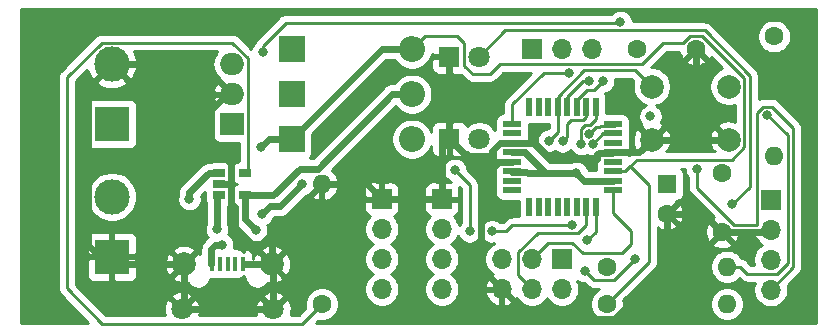
<source format=gbr>
%TF.GenerationSoftware,KiCad,Pcbnew,(5.1.5)-3*%
%TF.CreationDate,2020-09-12T07:11:45+09:30*%
%TF.ProjectId,robotcontrol,726f626f-7463-46f6-9e74-726f6c2e6b69,rev?*%
%TF.SameCoordinates,Original*%
%TF.FileFunction,Copper,L1,Top*%
%TF.FilePolarity,Positive*%
%FSLAX46Y46*%
G04 Gerber Fmt 4.6, Leading zero omitted, Abs format (unit mm)*
G04 Created by KiCad (PCBNEW (5.1.5)-3) date 2020-09-12 07:11:45*
%MOMM*%
%LPD*%
G04 APERTURE LIST*
%TA.AperFunction,ComponentPad*%
%ADD10C,3.000000*%
%TD*%
%TA.AperFunction,ComponentPad*%
%ADD11R,3.000000X3.000000*%
%TD*%
%TA.AperFunction,SMDPad,CuDef*%
%ADD12R,0.550000X1.600000*%
%TD*%
%TA.AperFunction,SMDPad,CuDef*%
%ADD13R,1.600000X0.550000*%
%TD*%
%TA.AperFunction,ComponentPad*%
%ADD14O,1.700000X1.700000*%
%TD*%
%TA.AperFunction,ComponentPad*%
%ADD15R,1.700000X1.700000*%
%TD*%
%TA.AperFunction,ComponentPad*%
%ADD16O,2.000000X1.905000*%
%TD*%
%TA.AperFunction,ComponentPad*%
%ADD17R,2.000000X1.905000*%
%TD*%
%TA.AperFunction,SMDPad,CuDef*%
%ADD18R,1.060000X0.650000*%
%TD*%
%TA.AperFunction,ComponentPad*%
%ADD19C,2.000000*%
%TD*%
%TA.AperFunction,ComponentPad*%
%ADD20O,1.600000X1.600000*%
%TD*%
%TA.AperFunction,ComponentPad*%
%ADD21C,1.600000*%
%TD*%
%TA.AperFunction,ComponentPad*%
%ADD22C,1.800000*%
%TD*%
%TA.AperFunction,SMDPad,CuDef*%
%ADD23R,0.450000X1.300000*%
%TD*%
%TA.AperFunction,ComponentPad*%
%ADD24R,1.800000X1.800000*%
%TD*%
%TA.AperFunction,ComponentPad*%
%ADD25O,2.200000X2.200000*%
%TD*%
%TA.AperFunction,ComponentPad*%
%ADD26R,2.200000X2.200000*%
%TD*%
%TA.AperFunction,ComponentPad*%
%ADD27R,1.600000X1.600000*%
%TD*%
%TA.AperFunction,ViaPad*%
%ADD28C,0.800000*%
%TD*%
%TA.AperFunction,Conductor*%
%ADD29C,0.600000*%
%TD*%
%TA.AperFunction,Conductor*%
%ADD30C,0.250000*%
%TD*%
%TA.AperFunction,Conductor*%
%ADD31C,0.254000*%
%TD*%
G04 APERTURE END LIST*
D10*
%TO.P,BT1,1*%
%TO.N,Net-(BT1-Pad1)*%
X96520000Y-101409500D03*
D11*
%TO.P,BT1,2*%
%TO.N,GND*%
X96520000Y-106489500D03*
%TD*%
D12*
%TO.P,U3,32*%
%TO.N,Net-(U3-Pad32)*%
X131870800Y-93794000D03*
%TO.P,U3,31*%
%TO.N,Net-(U3-Pad31)*%
X132670800Y-93794000D03*
%TO.P,U3,30*%
%TO.N,Net-(U3-Pad30)*%
X133470800Y-93794000D03*
%TO.P,U3,29*%
%TO.N,Net-(J6-Pad5)*%
X134270800Y-93794000D03*
%TO.P,U3,28*%
%TO.N,Net-(J5-Pad4)*%
X135070800Y-93794000D03*
%TO.P,U3,27*%
%TO.N,Net-(J5-Pad3)*%
X135870800Y-93794000D03*
%TO.P,U3,26*%
%TO.N,Net-(J3-Pad2)*%
X136670800Y-93794000D03*
%TO.P,U3,25*%
%TO.N,Net-(J3-Pad3)*%
X137470800Y-93794000D03*
D13*
%TO.P,U3,24*%
%TO.N,Net-(J4-Pad2)*%
X138920800Y-95244000D03*
%TO.P,U3,23*%
%TO.N,Net-(J4-Pad3)*%
X138920800Y-96044000D03*
%TO.P,U3,22*%
%TO.N,Net-(U3-Pad22)*%
X138920800Y-96844000D03*
%TO.P,U3,21*%
%TO.N,GND*%
X138920800Y-97644000D03*
%TO.P,U3,20*%
%TO.N,Net-(U3-Pad20)*%
X138920800Y-98444000D03*
%TO.P,U3,19*%
%TO.N,Net-(BT1-Pad1)*%
X138920800Y-99244000D03*
%TO.P,U3,18*%
%TO.N,VCC*%
X138920800Y-100044000D03*
%TO.P,U3,17*%
%TO.N,Net-(J6-Pad3)*%
X138920800Y-100844000D03*
D12*
%TO.P,U3,16*%
%TO.N,Net-(J6-Pad1)*%
X137470800Y-102294000D03*
%TO.P,U3,15*%
%TO.N,Net-(J6-Pad4)*%
X136670800Y-102294000D03*
%TO.P,U3,14*%
%TO.N,Net-(U3-Pad14)*%
X135870800Y-102294000D03*
%TO.P,U3,13*%
%TO.N,Net-(U3-Pad13)*%
X135070800Y-102294000D03*
%TO.P,U3,12*%
%TO.N,Net-(U3-Pad12)*%
X134270800Y-102294000D03*
%TO.P,U3,11*%
%TO.N,Net-(U3-Pad11)*%
X133470800Y-102294000D03*
%TO.P,U3,10*%
%TO.N,Net-(U3-Pad10)*%
X132670800Y-102294000D03*
%TO.P,U3,9*%
%TO.N,Net-(U3-Pad9)*%
X131870800Y-102294000D03*
D13*
%TO.P,U3,8*%
%TO.N,Net-(U3-Pad8)*%
X130420800Y-100844000D03*
%TO.P,U3,7*%
%TO.N,Net-(U3-Pad7)*%
X130420800Y-100044000D03*
%TO.P,U3,6*%
%TO.N,VCC*%
X130420800Y-99244000D03*
%TO.P,U3,5*%
%TO.N,GND*%
X130420800Y-98444000D03*
%TO.P,U3,4*%
%TO.N,VCC*%
X130420800Y-97644000D03*
%TO.P,U3,3*%
%TO.N,GND*%
X130420800Y-96844000D03*
%TO.P,U3,2*%
%TO.N,Net-(U3-Pad2)*%
X130420800Y-96044000D03*
%TO.P,U3,1*%
%TO.N,Net-(R3-Pad1)*%
X130420800Y-95244000D03*
%TD*%
D14*
%TO.P,J6,6*%
%TO.N,GND*%
X129540000Y-109220000D03*
%TO.P,J6,5*%
%TO.N,Net-(J6-Pad5)*%
X129540000Y-106680000D03*
%TO.P,J6,4*%
%TO.N,Net-(J6-Pad4)*%
X132080000Y-109220000D03*
%TO.P,J6,3*%
%TO.N,Net-(J6-Pad3)*%
X132080000Y-106680000D03*
%TO.P,J6,2*%
%TO.N,VCC*%
X134620000Y-109220000D03*
D15*
%TO.P,J6,1*%
%TO.N,Net-(J6-Pad1)*%
X134620000Y-106680000D03*
%TD*%
D16*
%TO.P,U2,3*%
%TO.N,VCC*%
X106680000Y-90170000D03*
%TO.P,U2,2*%
%TO.N,GND*%
X106680000Y-92710000D03*
D17*
%TO.P,U2,1*%
%TO.N,Net-(C1-Pad1)*%
X106680000Y-95250000D03*
%TD*%
D18*
%TO.P,U1,5*%
%TO.N,Net-(R2-Pad1)*%
X107780000Y-99380000D03*
%TO.P,U1,4*%
%TO.N,Net-(D1-Pad2)*%
X107780000Y-101280000D03*
%TO.P,U1,3*%
%TO.N,Net-(D3-Pad2)*%
X105580000Y-101280000D03*
%TO.P,U1,2*%
%TO.N,GND*%
X105580000Y-100330000D03*
%TO.P,U1,1*%
%TO.N,Net-(BT1-Pad1)*%
X105580000Y-99380000D03*
%TD*%
D19*
%TO.P,SW2,1*%
%TO.N,Net-(J6-Pad5)*%
X148740000Y-92075000D03*
%TO.P,SW2,2*%
%TO.N,GND*%
X148740000Y-96575000D03*
%TO.P,SW2,1*%
%TO.N,Net-(J6-Pad5)*%
X142240000Y-92075000D03*
%TO.P,SW2,2*%
%TO.N,GND*%
X142240000Y-96575000D03*
%TD*%
D14*
%TO.P,SW1,3*%
%TO.N,Net-(SW1-Pad3)*%
X137160000Y-88900000D03*
%TO.P,SW1,2*%
%TO.N,VCCIN*%
X134620000Y-88900000D03*
D15*
%TO.P,SW1,1*%
%TO.N,VCC*%
X132080000Y-88900000D03*
%TD*%
D20*
%TO.P,R4,2*%
%TO.N,Net-(J6-Pad5)*%
X148590000Y-107315000D03*
D21*
%TO.P,R4,1*%
%TO.N,VCC*%
X138430000Y-107315000D03*
%TD*%
D20*
%TO.P,R3,2*%
%TO.N,Net-(D5-Pad2)*%
X152603200Y-97993200D03*
D21*
%TO.P,R3,1*%
%TO.N,Net-(R3-Pad1)*%
X152603200Y-87833200D03*
%TD*%
D20*
%TO.P,R2,2*%
%TO.N,GND*%
X114300000Y-100330000D03*
D21*
%TO.P,R2,1*%
%TO.N,Net-(R2-Pad1)*%
X114300000Y-110490000D03*
%TD*%
D20*
%TO.P,R1,2*%
%TO.N,Net-(D2-Pad2)*%
X148590000Y-110490000D03*
D21*
%TO.P,R1,1*%
%TO.N,Net-(BT1-Pad1)*%
X138430000Y-110490000D03*
%TD*%
D14*
%TO.P,J5,4*%
%TO.N,Net-(J5-Pad4)*%
X152298400Y-109270800D03*
%TO.P,J5,3*%
%TO.N,Net-(J5-Pad3)*%
X152298400Y-106730800D03*
%TO.P,J5,2*%
%TO.N,GND*%
X152298400Y-104190800D03*
D15*
%TO.P,J5,1*%
%TO.N,VCC*%
X152298400Y-101650800D03*
%TD*%
D14*
%TO.P,J4,4*%
%TO.N,VCC*%
X119380000Y-109220000D03*
%TO.P,J4,3*%
%TO.N,Net-(J4-Pad3)*%
X119380000Y-106680000D03*
%TO.P,J4,2*%
%TO.N,Net-(J4-Pad2)*%
X119380000Y-104140000D03*
D15*
%TO.P,J4,1*%
%TO.N,GND*%
X119380000Y-101600000D03*
%TD*%
D14*
%TO.P,J3,4*%
%TO.N,VCC*%
X124460000Y-109220000D03*
%TO.P,J3,3*%
%TO.N,Net-(J3-Pad3)*%
X124460000Y-106680000D03*
%TO.P,J3,2*%
%TO.N,Net-(J3-Pad2)*%
X124460000Y-104140000D03*
D15*
%TO.P,J3,1*%
%TO.N,GND*%
X124460000Y-101600000D03*
%TD*%
D10*
%TO.P,J2,2*%
%TO.N,GND*%
X96520000Y-90170000D03*
D11*
%TO.P,J2,1*%
%TO.N,Net-(C1-Pad1)*%
X96520000Y-95250000D03*
%TD*%
D22*
%TO.P,J1,6*%
%TO.N,GND*%
X110199400Y-110916000D03*
X102449400Y-110916000D03*
D19*
X110049400Y-107116000D03*
X102599400Y-107116000D03*
D23*
%TO.P,J1,5*%
X107624400Y-107066000D03*
%TO.P,J1,4*%
%TO.N,Net-(J1-Pad4)*%
X106974400Y-107066000D03*
%TO.P,J1,3*%
%TO.N,Net-(J1-Pad3)*%
X106324400Y-107066000D03*
%TO.P,J1,2*%
%TO.N,Net-(J1-Pad2)*%
X105674400Y-107066000D03*
%TO.P,J1,1*%
%TO.N,Net-(D1-Pad2)*%
X105024400Y-107066000D03*
%TD*%
D22*
%TO.P,D5,2*%
%TO.N,Net-(D5-Pad2)*%
X127635000Y-96520000D03*
D24*
%TO.P,D5,1*%
%TO.N,GND*%
X125095000Y-96520000D03*
%TD*%
D25*
%TO.P,D4,2*%
%TO.N,Net-(BT1-Pad1)*%
X121920000Y-88900000D03*
D26*
%TO.P,D4,1*%
%TO.N,VCCIN*%
X111760000Y-88900000D03*
%TD*%
D25*
%TO.P,D3,2*%
%TO.N,Net-(D3-Pad2)*%
X121920000Y-96520000D03*
D26*
%TO.P,D3,1*%
%TO.N,Net-(BT1-Pad1)*%
X111760000Y-96520000D03*
%TD*%
D22*
%TO.P,D2,2*%
%TO.N,Net-(D2-Pad2)*%
X127635000Y-89535000D03*
D24*
%TO.P,D2,1*%
%TO.N,GND*%
X125095000Y-89535000D03*
%TD*%
D25*
%TO.P,D1,2*%
%TO.N,Net-(D1-Pad2)*%
X121920000Y-92710000D03*
D26*
%TO.P,D1,1*%
%TO.N,VCCIN*%
X111760000Y-92710000D03*
%TD*%
D21*
%TO.P,C3,2*%
%TO.N,GND*%
X143510000Y-102830000D03*
D27*
%TO.P,C3,1*%
%TO.N,VCC*%
X143510000Y-100330000D03*
%TD*%
D21*
%TO.P,C2,2*%
%TO.N,GND*%
X148183600Y-104415600D03*
%TO.P,C2,1*%
%TO.N,VCC*%
X148183600Y-99415600D03*
%TD*%
%TO.P,C1,2*%
%TO.N,GND*%
X145970000Y-88900000D03*
%TO.P,C1,1*%
%TO.N,Net-(C1-Pad1)*%
X140970000Y-88900000D03*
%TD*%
D28*
%TO.N,Net-(BT1-Pad1)*%
X103073200Y-101600000D03*
X109145490Y-97218500D03*
%TO.N,Net-(C1-Pad1)*%
X109320000Y-89170000D03*
X139580000Y-86599990D03*
%TO.N,VCC*%
X135839200Y-99364800D03*
%TO.N,Net-(D1-Pad2)*%
X108712000Y-104203500D03*
X105854500Y-105473500D03*
%TO.N,Net-(D2-Pad2)*%
X149034500Y-102044500D03*
%TO.N,Net-(D3-Pad2)*%
X112634998Y-100330000D03*
X109220000Y-102870000D03*
X105410000Y-104140000D03*
%TO.N,Net-(D5-Pad2)*%
X135490000Y-103830000D03*
X125560000Y-99120000D03*
X126810000Y-104330000D03*
X128700000Y-104330000D03*
X136570000Y-107690000D03*
X140820000Y-106640000D03*
%TO.N,Net-(J3-Pad3)*%
X136270000Y-96940000D03*
%TO.N,Net-(J3-Pad2)*%
X134683500Y-96710500D03*
%TO.N,Net-(J4-Pad3)*%
X137220000Y-96950000D03*
%TO.N,Net-(J4-Pad2)*%
X136940000Y-96050000D03*
%TO.N,Net-(J5-Pad4)*%
X136900000Y-91630000D03*
X142110000Y-94580000D03*
X146060000Y-99030000D03*
%TO.N,Net-(J5-Pad3)*%
X138100000Y-91620000D03*
%TO.N,Net-(R3-Pad1)*%
X135262496Y-90905490D03*
%TO.N,Net-(J6-Pad5)*%
X152019000Y-94488000D03*
X152019000Y-94488000D03*
X133540500Y-96647000D03*
%TO.N,Net-(J6-Pad1)*%
X136779000Y-105092500D03*
%TD*%
D29*
%TO.N,GND*%
X104140000Y-90170000D02*
X106680000Y-92710000D01*
X96520000Y-90170000D02*
X104140000Y-90170000D01*
X106924999Y-103991599D02*
X110049400Y-107116000D01*
X110049400Y-107116000D02*
X107674400Y-107116000D01*
X102599400Y-107116000D02*
X102599400Y-110766000D01*
X102449400Y-110916000D02*
X110199400Y-110916000D01*
X110199400Y-107266000D02*
X110049400Y-107116000D01*
X110199400Y-110916000D02*
X110199400Y-107266000D01*
X110049400Y-104580600D02*
X114300000Y-100330000D01*
X110049400Y-107116000D02*
X110049400Y-104580600D01*
X118110000Y-100330000D02*
X119380000Y-101600000D01*
X114300000Y-100330000D02*
X118110000Y-100330000D01*
X119380000Y-101600000D02*
X124460000Y-101600000D01*
X124460000Y-97155000D02*
X125095000Y-96520000D01*
X124460000Y-101600000D02*
X124460000Y-97155000D01*
X125095000Y-96520000D02*
X125095000Y-89535000D01*
X141171000Y-97644000D02*
X142240000Y-96575000D01*
X138920800Y-97644000D02*
X141171000Y-97644000D01*
X142240000Y-96575000D02*
X148740000Y-96575000D01*
X146598000Y-102830000D02*
X148183600Y-104415600D01*
X143510000Y-102830000D02*
X146598000Y-102830000D01*
X152073600Y-104415600D02*
X152298400Y-104190800D01*
X148183600Y-104415600D02*
X152073600Y-104415600D01*
X142240000Y-96575000D02*
X145970000Y-92845000D01*
X145970000Y-88900000D02*
X145970000Y-92845000D01*
X102163400Y-106680000D02*
X102599400Y-107116000D01*
X106385002Y-100330000D02*
X106610001Y-100105001D01*
X105580000Y-100330000D02*
X106385002Y-100330000D01*
X106610001Y-101974501D02*
X106610001Y-100105001D01*
X106924999Y-102289499D02*
X106610001Y-101974501D01*
X106924999Y-103991599D02*
X106924999Y-102289499D01*
X125095000Y-96520000D02*
X126555500Y-97980500D01*
X126555500Y-97980500D02*
X128424298Y-97980500D01*
X129343000Y-96844000D02*
X130420800Y-96844000D01*
X128659797Y-97527203D02*
X129343000Y-96844000D01*
X130420800Y-98444000D02*
X129330500Y-98444000D01*
X129330500Y-98444000D02*
X128364999Y-99409501D01*
X128364999Y-99409501D02*
X127762000Y-100012500D01*
X127762000Y-107442000D02*
X129540000Y-109220000D01*
X127762000Y-100012500D02*
X127762000Y-107442000D01*
X128659797Y-97745001D02*
X128424298Y-97980500D01*
X128659797Y-97527203D02*
X128659797Y-97745001D01*
X128364999Y-98039799D02*
X128659797Y-97745001D01*
X128364999Y-99409501D02*
X128364999Y-98039799D01*
X106610001Y-98654999D02*
X106610001Y-100105001D01*
X105039999Y-97084997D02*
X106610001Y-98654999D01*
X104724999Y-97084997D02*
X105039999Y-97084997D01*
X104724999Y-94220501D02*
X104724999Y-97084997D01*
X106680000Y-92710000D02*
X106235500Y-92710000D01*
X106235500Y-92710000D02*
X104724999Y-94220501D01*
X131470800Y-96844000D02*
X130420800Y-96844000D01*
X138895801Y-97668999D02*
X137720799Y-97668999D01*
X137620799Y-97768999D02*
X137620799Y-98220000D01*
X137720799Y-97668999D02*
X137620799Y-97768999D01*
X138920800Y-97644000D02*
X138895801Y-97668999D01*
X132313352Y-96844000D02*
X131470800Y-96844000D01*
X137620799Y-98220000D02*
X133689352Y-98220000D01*
X133689352Y-98220000D02*
X132313352Y-96844000D01*
X139054001Y-111790001D02*
X132110001Y-111790001D01*
X132110001Y-111790001D02*
X129540000Y-109220000D01*
X143510000Y-107334002D02*
X139054001Y-111790001D01*
X143510000Y-102830000D02*
X143510000Y-107334002D01*
X97146500Y-107116000D02*
X96520000Y-106489500D01*
X102599400Y-107116000D02*
X97146500Y-107116000D01*
X95504000Y-106489500D02*
X96520000Y-106489500D01*
X94519999Y-105505499D02*
X95504000Y-106489500D01*
X96520000Y-90170000D02*
X94519999Y-92170001D01*
X94519999Y-92170001D02*
X94519999Y-105505499D01*
%TO.N,Net-(BT1-Pad1)*%
X103073200Y-101600000D02*
X103073200Y-101034315D01*
X119380000Y-88900000D02*
X111760000Y-96520000D01*
X121920000Y-88900000D02*
X119380000Y-88900000D01*
D30*
X139970800Y-99244000D02*
X138920800Y-99244000D01*
X140408800Y-98806000D02*
X139970800Y-99244000D01*
X141986000Y-100383200D02*
X140408800Y-98806000D01*
X138430000Y-110490000D02*
X141986000Y-106934000D01*
X141986000Y-106934000D02*
X141986000Y-100383200D01*
D29*
X104727515Y-99380000D02*
X105580000Y-99380000D01*
X103073200Y-101034315D02*
X104727515Y-99380000D01*
X111760000Y-96520000D02*
X109843990Y-96520000D01*
X109843990Y-96520000D02*
X109145490Y-97218500D01*
D30*
X126365000Y-88419998D02*
X126365000Y-90297000D01*
X141365002Y-90170000D02*
X143175003Y-88359999D01*
X127063500Y-90995500D02*
X128524000Y-90995500D01*
X129349500Y-90170000D02*
X141365002Y-90170000D01*
X143175003Y-88359999D02*
X144844999Y-88359999D01*
X126365000Y-90297000D02*
X127063500Y-90995500D01*
X144844999Y-88359999D02*
X145429999Y-87774999D01*
X125745003Y-87800001D02*
X126365000Y-88419998D01*
X123019999Y-87800001D02*
X125745003Y-87800001D01*
X128524000Y-90995500D02*
X129349500Y-90170000D01*
X145429999Y-87774999D02*
X146510001Y-87774999D01*
X146510001Y-87774999D02*
X150065001Y-91329999D01*
X121920000Y-88900000D02*
X123019999Y-87800001D01*
X150065001Y-91329999D02*
X150065001Y-97211001D01*
X149006992Y-98269010D02*
X140945790Y-98269010D01*
X140945790Y-98269010D02*
X140408800Y-98806000D01*
X150065001Y-97211001D02*
X149006992Y-98269010D01*
%TO.N,Net-(C1-Pad1)*%
X109320000Y-88604315D02*
X111244315Y-86680000D01*
X109320000Y-89170000D02*
X109320000Y-88604315D01*
X111244315Y-86680000D02*
X139500000Y-86680000D01*
X139500000Y-86680000D02*
X139500000Y-86679990D01*
X139500000Y-86679990D02*
X139580000Y-86599990D01*
D29*
%TO.N,VCC*%
X136518400Y-100044000D02*
X138920800Y-100044000D01*
X135839200Y-99364800D02*
X136518400Y-100044000D01*
X133191600Y-99364800D02*
X133756400Y-99364800D01*
X131470800Y-97644000D02*
X133191600Y-99364800D01*
X130420800Y-97644000D02*
X131470800Y-97644000D01*
X135839200Y-99364800D02*
X133756400Y-99364800D01*
X130395801Y-99268999D02*
X130420800Y-99244000D01*
X131620801Y-99268999D02*
X130395801Y-99268999D01*
X133756400Y-99364800D02*
X131716602Y-99364800D01*
X131716602Y-99364800D02*
X131620801Y-99268999D01*
%TO.N,Net-(D1-Pad2)*%
X108712000Y-104203500D02*
X107780000Y-103271500D01*
X121920000Y-92710000D02*
X120254998Y-92710000D01*
X120254998Y-92710000D02*
X113934999Y-99029999D01*
X112420001Y-99029999D02*
X113934999Y-99029999D01*
X110170000Y-101280000D02*
X112420001Y-99029999D01*
X107780000Y-103271500D02*
X107780000Y-101280000D01*
X110170000Y-101280000D02*
X107780000Y-101280000D01*
X104949399Y-105812916D02*
X104949399Y-107066000D01*
X105854500Y-105473500D02*
X105288815Y-105473500D01*
X105288815Y-105473500D02*
X104949399Y-105812916D01*
D30*
%TO.N,Net-(D2-Pad2)*%
X150515011Y-91143599D02*
X150515011Y-100563989D01*
X146696402Y-87324990D02*
X150515011Y-91143599D01*
X127635000Y-89535000D02*
X129845010Y-87324990D01*
X129845010Y-87324990D02*
X146696402Y-87324990D01*
X150515011Y-100563989D02*
X149034500Y-102044500D01*
X149034500Y-102044500D02*
X149034500Y-102044500D01*
%TO.N,Net-(D3-Pad2)*%
X109220000Y-102870000D02*
X109220000Y-102870000D01*
X105410000Y-101450000D02*
X105580000Y-101280000D01*
D29*
X105410000Y-104140000D02*
X105410000Y-101450000D01*
X109918500Y-102171500D02*
X109220000Y-102870000D01*
X112634998Y-100330000D02*
X110793498Y-102171500D01*
X110793498Y-102171500D02*
X109918500Y-102171500D01*
D30*
%TO.N,Net-(D5-Pad2)*%
X125560000Y-99120000D02*
X126810000Y-100370000D01*
X126810000Y-100370000D02*
X126810000Y-104330000D01*
X126810000Y-104330000D02*
X126810000Y-104330000D01*
X128700000Y-104330000D02*
X129920000Y-104330000D01*
X129920000Y-104330000D02*
X130420000Y-103830000D01*
X130420000Y-103830000D02*
X135490000Y-103830000D01*
X137320001Y-108440001D02*
X139019999Y-108440001D01*
X136570000Y-107690000D02*
X137320001Y-108440001D01*
X139019999Y-108440001D02*
X140820000Y-106640000D01*
%TO.N,Net-(J3-Pad3)*%
X136214999Y-95701999D02*
X136566998Y-95350000D01*
X136270000Y-96940000D02*
X136214999Y-96884999D01*
X136214999Y-96884999D02*
X136214999Y-95701999D01*
X136989801Y-95324999D02*
X136636213Y-95324999D01*
X137470800Y-93794000D02*
X137470800Y-94844000D01*
X137470800Y-94844000D02*
X136989801Y-95324999D01*
%TO.N,Net-(J3-Pad2)*%
X136670800Y-94629200D02*
X136670800Y-93794000D01*
X134683500Y-96710500D02*
X135083499Y-96310501D01*
X135083499Y-96310501D02*
X135083499Y-96216501D01*
X136670800Y-94654002D02*
X136670800Y-93794000D01*
X135083499Y-95666501D02*
X135080000Y-95663002D01*
X135083499Y-96310501D02*
X135083499Y-95666501D01*
X135080000Y-95663002D02*
X135080000Y-95260000D01*
X135080000Y-95260000D02*
X135420999Y-94919001D01*
X135420999Y-94919001D02*
X136405801Y-94919001D01*
X136405801Y-94919001D02*
X136670800Y-94654002D01*
%TO.N,Net-(J4-Pad3)*%
X138126000Y-96044000D02*
X137220000Y-96950000D01*
X138920800Y-96044000D02*
X138126000Y-96044000D01*
%TO.N,Net-(J4-Pad2)*%
X139120799Y-95443999D02*
X138920800Y-95244000D01*
X137860799Y-95443999D02*
X139120799Y-95443999D01*
X137838483Y-95466315D02*
X137860799Y-95443999D01*
X136940000Y-96050000D02*
X137523685Y-95466315D01*
X137523685Y-95466315D02*
X137838483Y-95466315D01*
%TO.N,Net-(J5-Pad4)*%
X136374798Y-91630000D02*
X136900000Y-91630000D01*
X135070800Y-92933998D02*
X136374798Y-91630000D01*
X135070800Y-93794000D02*
X135070800Y-92933998D01*
X154178210Y-107390990D02*
X152298400Y-109270800D01*
X154178210Y-95574208D02*
X154178210Y-107390990D01*
X152367001Y-93762999D02*
X154178210Y-95574208D01*
X151670999Y-93762999D02*
X152367001Y-93762999D01*
X151123399Y-94310599D02*
X151670999Y-93762999D01*
X151123399Y-103790590D02*
X151123399Y-94310599D01*
X146060000Y-100626998D02*
X149223592Y-103790590D01*
X149223592Y-103790590D02*
X151123399Y-103790590D01*
X146060000Y-99030000D02*
X146060000Y-100626998D01*
%TO.N,Net-(J5-Pad3)*%
X136715500Y-92392500D02*
X136007010Y-93100990D01*
X137327500Y-92392500D02*
X138100000Y-91620000D01*
X136715500Y-92392500D02*
X137327500Y-92392500D01*
%TO.N,Net-(R2-Pad1)*%
X112648999Y-112141001D02*
X114300000Y-110490000D01*
X95694501Y-112141001D02*
X112648999Y-112141001D01*
X106709170Y-88344999D02*
X95643999Y-88344999D01*
X95643999Y-88344999D02*
X92710000Y-91278998D01*
X92710000Y-109156500D02*
X95694501Y-112141001D01*
X108005010Y-99154990D02*
X108005010Y-89640839D01*
X107780000Y-99380000D02*
X108005010Y-99154990D01*
X108005010Y-89640839D02*
X106709170Y-88344999D01*
X92710000Y-91278998D02*
X92710000Y-109156500D01*
%TO.N,Net-(R3-Pad1)*%
X135318500Y-90868500D02*
X135318500Y-90868500D01*
X133099308Y-90905490D02*
X135262496Y-90905490D01*
X130420800Y-93583998D02*
X133099308Y-90905490D01*
X130420800Y-95244000D02*
X130420800Y-93583998D01*
%TO.N,Net-(J6-Pad5)*%
X153728201Y-107040001D02*
X153728201Y-96197201D01*
X152862401Y-107905801D02*
X153728201Y-107040001D01*
X150312171Y-107905801D02*
X152862401Y-107905801D01*
X148590000Y-107315000D02*
X149721370Y-107315000D01*
X149721370Y-107315000D02*
X150312171Y-107905801D01*
X153728201Y-96197201D02*
X152019000Y-94488000D01*
X152019000Y-94488000D02*
X152019000Y-94488000D01*
X152019000Y-94488000D02*
X152019000Y-94488000D01*
X134270800Y-95916700D02*
X134270800Y-93794000D01*
X133540500Y-96647000D02*
X134270800Y-95916700D01*
X140843000Y-90678000D02*
X142240000Y-92075000D01*
X136525000Y-90678000D02*
X140843000Y-90678000D01*
X134270800Y-93794000D02*
X134270800Y-92932200D01*
X134270800Y-92932200D02*
X136525000Y-90678000D01*
%TO.N,Net-(J6-Pad4)*%
X130904999Y-106115999D02*
X132563498Y-104457500D01*
X132080000Y-109220000D02*
X130904999Y-108044999D01*
X130904999Y-108044999D02*
X130904999Y-106115999D01*
X132563498Y-104457500D02*
X136017000Y-104457500D01*
X136670800Y-103803700D02*
X136670800Y-102294000D01*
X136017000Y-104457500D02*
X136670800Y-103803700D01*
%TO.N,Net-(J6-Pad3)*%
X132080000Y-106680000D02*
X133477000Y-105283000D01*
X135508002Y-105283000D02*
X136397002Y-106172000D01*
X133477000Y-105283000D02*
X135508002Y-105283000D01*
X136397002Y-106172000D02*
X139700000Y-106172000D01*
X139700000Y-106172000D02*
X140462000Y-105410000D01*
X140462000Y-105410000D02*
X140462000Y-104330500D01*
X138920800Y-102789300D02*
X138920800Y-100844000D01*
X140462000Y-104330500D02*
X138920800Y-102789300D01*
%TO.N,Net-(J6-Pad1)*%
X137470800Y-104400700D02*
X137470800Y-102294000D01*
X136779000Y-105092500D02*
X137470800Y-104400700D01*
%TD*%
D31*
%TO.N,GND*%
G36*
X156121500Y-112052500D02*
G01*
X113812301Y-112052500D01*
X113976114Y-111888688D01*
X114158665Y-111925000D01*
X114441335Y-111925000D01*
X114718574Y-111869853D01*
X114979727Y-111761680D01*
X115214759Y-111604637D01*
X115414637Y-111404759D01*
X115571680Y-111169727D01*
X115679853Y-110908574D01*
X115735000Y-110631335D01*
X115735000Y-110348665D01*
X115679853Y-110071426D01*
X115571680Y-109810273D01*
X115414637Y-109575241D01*
X115214759Y-109375363D01*
X114979727Y-109218320D01*
X114718574Y-109110147D01*
X114441335Y-109055000D01*
X114158665Y-109055000D01*
X113881426Y-109110147D01*
X113620273Y-109218320D01*
X113385241Y-109375363D01*
X113185363Y-109575241D01*
X113028320Y-109810273D01*
X112920147Y-110071426D01*
X112865000Y-110348665D01*
X112865000Y-110631335D01*
X112901312Y-110813886D01*
X112334198Y-111381001D01*
X111664794Y-111381001D01*
X111723765Y-111151358D01*
X111740391Y-110849447D01*
X111697797Y-110550093D01*
X111597622Y-110264801D01*
X111517661Y-110115208D01*
X111263480Y-110031525D01*
X110379005Y-110916000D01*
X110393148Y-110930143D01*
X110213543Y-111109748D01*
X110199400Y-111095605D01*
X110185258Y-111109748D01*
X110005653Y-110930143D01*
X110019795Y-110916000D01*
X109135320Y-110031525D01*
X108881139Y-110115208D01*
X108750242Y-110387775D01*
X108675035Y-110680642D01*
X108658409Y-110982553D01*
X108701003Y-111281907D01*
X108735798Y-111381001D01*
X103914794Y-111381001D01*
X103973765Y-111151358D01*
X103990391Y-110849447D01*
X103947797Y-110550093D01*
X103847622Y-110264801D01*
X103767661Y-110115208D01*
X103513480Y-110031525D01*
X102629005Y-110916000D01*
X102643148Y-110930143D01*
X102463543Y-111109748D01*
X102449400Y-111095605D01*
X102435258Y-111109748D01*
X102255653Y-110930143D01*
X102269795Y-110916000D01*
X101385320Y-110031525D01*
X101131139Y-110115208D01*
X101000242Y-110387775D01*
X100925035Y-110680642D01*
X100908409Y-110982553D01*
X100951003Y-111281907D01*
X100985798Y-111381001D01*
X96009303Y-111381001D01*
X94480222Y-109851920D01*
X101564925Y-109851920D01*
X102449400Y-110736395D01*
X103333875Y-109851920D01*
X109314925Y-109851920D01*
X110199400Y-110736395D01*
X111083875Y-109851920D01*
X111000192Y-109597739D01*
X110727625Y-109466842D01*
X110434758Y-109391635D01*
X110132847Y-109375009D01*
X109833493Y-109417603D01*
X109548201Y-109517778D01*
X109398608Y-109597739D01*
X109314925Y-109851920D01*
X103333875Y-109851920D01*
X103250192Y-109597739D01*
X102977625Y-109466842D01*
X102684758Y-109391635D01*
X102382847Y-109375009D01*
X102083493Y-109417603D01*
X101798201Y-109517778D01*
X101648608Y-109597739D01*
X101564925Y-109851920D01*
X94480222Y-109851920D01*
X93470000Y-108841699D01*
X93470000Y-107989500D01*
X94381928Y-107989500D01*
X94394188Y-108113982D01*
X94430498Y-108233680D01*
X94489463Y-108343994D01*
X94568815Y-108440685D01*
X94665506Y-108520037D01*
X94775820Y-108579002D01*
X94895518Y-108615312D01*
X95020000Y-108627572D01*
X96234250Y-108624500D01*
X96393000Y-108465750D01*
X96393000Y-106616500D01*
X96647000Y-106616500D01*
X96647000Y-108465750D01*
X96805750Y-108624500D01*
X98020000Y-108627572D01*
X98144482Y-108615312D01*
X98264180Y-108579002D01*
X98374494Y-108520037D01*
X98471185Y-108440685D01*
X98550537Y-108343994D01*
X98609502Y-108233680D01*
X98645812Y-108113982D01*
X98658072Y-107989500D01*
X98656021Y-107178595D01*
X100957682Y-107178595D01*
X101001439Y-107497675D01*
X101106605Y-107802088D01*
X101199586Y-107976044D01*
X101463987Y-108071808D01*
X102419795Y-107116000D01*
X101463987Y-106160192D01*
X101199586Y-106255956D01*
X101058696Y-106545571D01*
X100977016Y-106857108D01*
X100957682Y-107178595D01*
X98656021Y-107178595D01*
X98655000Y-106775250D01*
X98496250Y-106616500D01*
X96647000Y-106616500D01*
X96393000Y-106616500D01*
X94543750Y-106616500D01*
X94385000Y-106775250D01*
X94381928Y-107989500D01*
X93470000Y-107989500D01*
X93470000Y-104989500D01*
X94381928Y-104989500D01*
X94385000Y-106203750D01*
X94543750Y-106362500D01*
X96393000Y-106362500D01*
X96393000Y-104513250D01*
X96647000Y-104513250D01*
X96647000Y-106362500D01*
X98496250Y-106362500D01*
X98655000Y-106203750D01*
X98655564Y-105980587D01*
X101643592Y-105980587D01*
X102599400Y-106936395D01*
X103555208Y-105980587D01*
X103459444Y-105716186D01*
X103169829Y-105575296D01*
X102858292Y-105493616D01*
X102536805Y-105474282D01*
X102217725Y-105518039D01*
X101913312Y-105623205D01*
X101739356Y-105716186D01*
X101643592Y-105980587D01*
X98655564Y-105980587D01*
X98658072Y-104989500D01*
X98645812Y-104865018D01*
X98609502Y-104745320D01*
X98550537Y-104635006D01*
X98471185Y-104538315D01*
X98374494Y-104458963D01*
X98264180Y-104399998D01*
X98144482Y-104363688D01*
X98020000Y-104351428D01*
X96805750Y-104354500D01*
X96647000Y-104513250D01*
X96393000Y-104513250D01*
X96234250Y-104354500D01*
X95020000Y-104351428D01*
X94895518Y-104363688D01*
X94775820Y-104399998D01*
X94665506Y-104458963D01*
X94568815Y-104538315D01*
X94489463Y-104635006D01*
X94430498Y-104745320D01*
X94394188Y-104865018D01*
X94381928Y-104989500D01*
X93470000Y-104989500D01*
X93470000Y-101199221D01*
X94385000Y-101199221D01*
X94385000Y-101619779D01*
X94467047Y-102032256D01*
X94627988Y-102420802D01*
X94861637Y-102770483D01*
X95159017Y-103067863D01*
X95508698Y-103301512D01*
X95897244Y-103462453D01*
X96309721Y-103544500D01*
X96730279Y-103544500D01*
X97142756Y-103462453D01*
X97531302Y-103301512D01*
X97880983Y-103067863D01*
X98178363Y-102770483D01*
X98412012Y-102420802D01*
X98572953Y-102032256D01*
X98655000Y-101619779D01*
X98655000Y-101199221D01*
X98572953Y-100786744D01*
X98412012Y-100398198D01*
X98178363Y-100048517D01*
X97880983Y-99751137D01*
X97531302Y-99517488D01*
X97142756Y-99356547D01*
X96730279Y-99274500D01*
X96309721Y-99274500D01*
X95897244Y-99356547D01*
X95508698Y-99517488D01*
X95159017Y-99751137D01*
X94861637Y-100048517D01*
X94627988Y-100398198D01*
X94467047Y-100786744D01*
X94385000Y-101199221D01*
X93470000Y-101199221D01*
X93470000Y-93750000D01*
X94381928Y-93750000D01*
X94381928Y-96750000D01*
X94394188Y-96874482D01*
X94430498Y-96994180D01*
X94489463Y-97104494D01*
X94568815Y-97201185D01*
X94665506Y-97280537D01*
X94775820Y-97339502D01*
X94895518Y-97375812D01*
X95020000Y-97388072D01*
X98020000Y-97388072D01*
X98144482Y-97375812D01*
X98264180Y-97339502D01*
X98374494Y-97280537D01*
X98471185Y-97201185D01*
X98550537Y-97104494D01*
X98609502Y-96994180D01*
X98645812Y-96874482D01*
X98658072Y-96750000D01*
X98658072Y-93750000D01*
X98645812Y-93625518D01*
X98609502Y-93505820D01*
X98550537Y-93395506D01*
X98471185Y-93298815D01*
X98374494Y-93219463D01*
X98264180Y-93160498D01*
X98144482Y-93124188D01*
X98020000Y-93111928D01*
X95020000Y-93111928D01*
X94895518Y-93124188D01*
X94775820Y-93160498D01*
X94665506Y-93219463D01*
X94568815Y-93298815D01*
X94489463Y-93395506D01*
X94430498Y-93505820D01*
X94394188Y-93625518D01*
X94381928Y-93750000D01*
X93470000Y-93750000D01*
X93470000Y-91661653D01*
X95207952Y-91661653D01*
X95363962Y-91977214D01*
X95738745Y-92168020D01*
X96143551Y-92282044D01*
X96562824Y-92314902D01*
X96980451Y-92265334D01*
X97380383Y-92135243D01*
X97676038Y-91977214D01*
X97832048Y-91661653D01*
X96520000Y-90349605D01*
X95207952Y-91661653D01*
X93470000Y-91661653D01*
X93470000Y-91593799D01*
X94426797Y-90637002D01*
X94554757Y-91030383D01*
X94712786Y-91326038D01*
X95028347Y-91482048D01*
X96340395Y-90170000D01*
X96326253Y-90155858D01*
X96505858Y-89976253D01*
X96520000Y-89990395D01*
X96534143Y-89976253D01*
X96713748Y-90155858D01*
X96699605Y-90170000D01*
X98011653Y-91482048D01*
X98327214Y-91326038D01*
X98518020Y-90951255D01*
X98632044Y-90546449D01*
X98664902Y-90127176D01*
X98615334Y-89709549D01*
X98485243Y-89309617D01*
X98375874Y-89104999D01*
X105452865Y-89104999D01*
X105306155Y-89283765D01*
X105158745Y-89559551D01*
X105067970Y-89858796D01*
X105037319Y-90170000D01*
X105067970Y-90481204D01*
X105158745Y-90780449D01*
X105306155Y-91056235D01*
X105504537Y-91297963D01*
X105683899Y-91445163D01*
X105498685Y-91600563D01*
X105304031Y-91843077D01*
X105160429Y-92118906D01*
X105089437Y-92337020D01*
X105209406Y-92583000D01*
X106553000Y-92583000D01*
X106553000Y-92563000D01*
X106807000Y-92563000D01*
X106807000Y-92583000D01*
X106827000Y-92583000D01*
X106827000Y-92837000D01*
X106807000Y-92837000D01*
X106807000Y-92857000D01*
X106553000Y-92857000D01*
X106553000Y-92837000D01*
X105209406Y-92837000D01*
X105089437Y-93082980D01*
X105160429Y-93301094D01*
X105304031Y-93576923D01*
X105417219Y-93717941D01*
X105325506Y-93766963D01*
X105228815Y-93846315D01*
X105149463Y-93943006D01*
X105090498Y-94053320D01*
X105054188Y-94173018D01*
X105041928Y-94297500D01*
X105041928Y-96202500D01*
X105054188Y-96326982D01*
X105090498Y-96446680D01*
X105149463Y-96556994D01*
X105228815Y-96653685D01*
X105325506Y-96733037D01*
X105435820Y-96792002D01*
X105555518Y-96828312D01*
X105680000Y-96840572D01*
X107245010Y-96840572D01*
X107245010Y-98417419D01*
X107125518Y-98429188D01*
X107005820Y-98465498D01*
X106895506Y-98524463D01*
X106798815Y-98603815D01*
X106719463Y-98700506D01*
X106680000Y-98774335D01*
X106640537Y-98700506D01*
X106561185Y-98603815D01*
X106464494Y-98524463D01*
X106354180Y-98465498D01*
X106234482Y-98429188D01*
X106110000Y-98416928D01*
X105050000Y-98416928D01*
X104925518Y-98429188D01*
X104873393Y-98445000D01*
X104773450Y-98445000D01*
X104727515Y-98440476D01*
X104544223Y-98458528D01*
X104367974Y-98511993D01*
X104316056Y-98539744D01*
X104205543Y-98598814D01*
X104063171Y-98715656D01*
X104033885Y-98751341D01*
X102444536Y-100340690D01*
X102408857Y-100369971D01*
X102292015Y-100512343D01*
X102205193Y-100674775D01*
X102151729Y-100851023D01*
X102151729Y-100851024D01*
X102133676Y-101034315D01*
X102138200Y-101080247D01*
X102138200Y-101152705D01*
X102077974Y-101298102D01*
X102038200Y-101498061D01*
X102038200Y-101701939D01*
X102077974Y-101901898D01*
X102155995Y-102090256D01*
X102269263Y-102259774D01*
X102413426Y-102403937D01*
X102582944Y-102517205D01*
X102771302Y-102595226D01*
X102971261Y-102635000D01*
X103175139Y-102635000D01*
X103375098Y-102595226D01*
X103563456Y-102517205D01*
X103732974Y-102403937D01*
X103877137Y-102259774D01*
X103990405Y-102090256D01*
X104068426Y-101901898D01*
X104108200Y-101701939D01*
X104108200Y-101498061D01*
X104078924Y-101350880D01*
X104411928Y-101017876D01*
X104411928Y-101605000D01*
X104424188Y-101729482D01*
X104460498Y-101849180D01*
X104475001Y-101876312D01*
X104475000Y-103692704D01*
X104414774Y-103838102D01*
X104375000Y-104038061D01*
X104375000Y-104241939D01*
X104414774Y-104441898D01*
X104492795Y-104630256D01*
X104606063Y-104799774D01*
X104620402Y-104814113D01*
X104595181Y-104844846D01*
X104320741Y-105119285D01*
X104285055Y-105148572D01*
X104168213Y-105290945D01*
X104081392Y-105453377D01*
X104029331Y-105625000D01*
X104027928Y-105629625D01*
X104009875Y-105812916D01*
X104014399Y-105858849D01*
X104014399Y-106284366D01*
X103999214Y-106255956D01*
X103734813Y-106160192D01*
X102779005Y-107116000D01*
X102793148Y-107130143D01*
X102613543Y-107309748D01*
X102599400Y-107295605D01*
X101643592Y-108251413D01*
X101739356Y-108515814D01*
X102028971Y-108656704D01*
X102340508Y-108738384D01*
X102661995Y-108757718D01*
X102948717Y-108718398D01*
X103020463Y-108825774D01*
X103164626Y-108969937D01*
X103334144Y-109083205D01*
X103522502Y-109161226D01*
X103722461Y-109201000D01*
X103926339Y-109201000D01*
X104126298Y-109161226D01*
X104314656Y-109083205D01*
X104484174Y-108969937D01*
X104628337Y-108825774D01*
X104741605Y-108656256D01*
X104819626Y-108467898D01*
X104842267Y-108354072D01*
X105249400Y-108354072D01*
X105349400Y-108344223D01*
X105449400Y-108354072D01*
X105899400Y-108354072D01*
X105999400Y-108344223D01*
X106099400Y-108354072D01*
X106549400Y-108354072D01*
X106649400Y-108344223D01*
X106749400Y-108354072D01*
X107199400Y-108354072D01*
X107302865Y-108343882D01*
X107367650Y-108351000D01*
X107399897Y-108318753D01*
X107443580Y-108305502D01*
X107553894Y-108246537D01*
X107650585Y-108167185D01*
X107722400Y-108079678D01*
X107722400Y-108192250D01*
X107789400Y-108259250D01*
X107789400Y-108267939D01*
X107829174Y-108467898D01*
X107907195Y-108656256D01*
X108020463Y-108825774D01*
X108164626Y-108969937D01*
X108334144Y-109083205D01*
X108522502Y-109161226D01*
X108722461Y-109201000D01*
X108926339Y-109201000D01*
X109126298Y-109161226D01*
X109314656Y-109083205D01*
X109484174Y-108969937D01*
X109628337Y-108825774D01*
X109702199Y-108715231D01*
X109790508Y-108738384D01*
X110111995Y-108757718D01*
X110431075Y-108713961D01*
X110735488Y-108608795D01*
X110909444Y-108515814D01*
X111005208Y-108251413D01*
X110049400Y-107295605D01*
X110035258Y-107309748D01*
X109855653Y-107130143D01*
X109869795Y-107116000D01*
X110229005Y-107116000D01*
X111184813Y-108071808D01*
X111449214Y-107976044D01*
X111590104Y-107686429D01*
X111671784Y-107374892D01*
X111691118Y-107053405D01*
X111647361Y-106734325D01*
X111542195Y-106429912D01*
X111449214Y-106255956D01*
X111184813Y-106160192D01*
X110229005Y-107116000D01*
X109869795Y-107116000D01*
X108913987Y-106160192D01*
X108649586Y-106255956D01*
X108508696Y-106545571D01*
X108485638Y-106633515D01*
X108487386Y-106426468D01*
X108477170Y-106301802D01*
X108442828Y-106181525D01*
X108385682Y-106070258D01*
X108314520Y-105980587D01*
X109093592Y-105980587D01*
X110049400Y-106936395D01*
X111005208Y-105980587D01*
X110909444Y-105716186D01*
X110619829Y-105575296D01*
X110308292Y-105493616D01*
X109986805Y-105474282D01*
X109667725Y-105518039D01*
X109363312Y-105623205D01*
X109189356Y-105716186D01*
X109093592Y-105980587D01*
X108314520Y-105980587D01*
X108307926Y-105972278D01*
X108212550Y-105891350D01*
X108103218Y-105830584D01*
X107984132Y-105792315D01*
X107881150Y-105781000D01*
X107722400Y-105939750D01*
X107722400Y-106052322D01*
X107650585Y-105964815D01*
X107553894Y-105885463D01*
X107443580Y-105826498D01*
X107399897Y-105813247D01*
X107367650Y-105781000D01*
X107302865Y-105788118D01*
X107199400Y-105777928D01*
X106848678Y-105777928D01*
X106849726Y-105775398D01*
X106889500Y-105575439D01*
X106889500Y-105371561D01*
X106849726Y-105171602D01*
X106771705Y-104983244D01*
X106658437Y-104813726D01*
X106514274Y-104669563D01*
X106355004Y-104563143D01*
X106405226Y-104441898D01*
X106445000Y-104241939D01*
X106445000Y-104038061D01*
X106405226Y-103838102D01*
X106345000Y-103692705D01*
X106345000Y-102197287D01*
X106354180Y-102194502D01*
X106464494Y-102135537D01*
X106561185Y-102056185D01*
X106640537Y-101959494D01*
X106680000Y-101885665D01*
X106719463Y-101959494D01*
X106798815Y-102056185D01*
X106845001Y-102094088D01*
X106845000Y-103225568D01*
X106840476Y-103271500D01*
X106845000Y-103317431D01*
X106858529Y-103454791D01*
X106911993Y-103631039D01*
X106998814Y-103793471D01*
X107115656Y-103935844D01*
X107151341Y-103965130D01*
X107734569Y-104548359D01*
X107794795Y-104693756D01*
X107908063Y-104863274D01*
X108052226Y-105007437D01*
X108221744Y-105120705D01*
X108410102Y-105198726D01*
X108610061Y-105238500D01*
X108813939Y-105238500D01*
X109013898Y-105198726D01*
X109202256Y-105120705D01*
X109371774Y-105007437D01*
X109515937Y-104863274D01*
X109629205Y-104693756D01*
X109707226Y-104505398D01*
X109747000Y-104305439D01*
X109747000Y-104101561D01*
X109707226Y-103901602D01*
X109667224Y-103805030D01*
X109710256Y-103787205D01*
X109879774Y-103673937D01*
X110023937Y-103529774D01*
X110137205Y-103360256D01*
X110197431Y-103214858D01*
X110305790Y-103106500D01*
X110747566Y-103106500D01*
X110793498Y-103111024D01*
X110839430Y-103106500D01*
X110976790Y-103092971D01*
X111153038Y-103039507D01*
X111315470Y-102952686D01*
X111457842Y-102835844D01*
X111487128Y-102800159D01*
X111837287Y-102450000D01*
X117891928Y-102450000D01*
X117904188Y-102574482D01*
X117940498Y-102694180D01*
X117999463Y-102804494D01*
X118078815Y-102901185D01*
X118175506Y-102980537D01*
X118285820Y-103039502D01*
X118358380Y-103061513D01*
X118226525Y-103193368D01*
X118064010Y-103436589D01*
X117952068Y-103706842D01*
X117895000Y-103993740D01*
X117895000Y-104286260D01*
X117952068Y-104573158D01*
X118064010Y-104843411D01*
X118226525Y-105086632D01*
X118433368Y-105293475D01*
X118607760Y-105410000D01*
X118433368Y-105526525D01*
X118226525Y-105733368D01*
X118064010Y-105976589D01*
X117952068Y-106246842D01*
X117895000Y-106533740D01*
X117895000Y-106826260D01*
X117952068Y-107113158D01*
X118064010Y-107383411D01*
X118226525Y-107626632D01*
X118433368Y-107833475D01*
X118607760Y-107950000D01*
X118433368Y-108066525D01*
X118226525Y-108273368D01*
X118064010Y-108516589D01*
X117952068Y-108786842D01*
X117895000Y-109073740D01*
X117895000Y-109366260D01*
X117952068Y-109653158D01*
X118064010Y-109923411D01*
X118226525Y-110166632D01*
X118433368Y-110373475D01*
X118676589Y-110535990D01*
X118946842Y-110647932D01*
X119233740Y-110705000D01*
X119526260Y-110705000D01*
X119813158Y-110647932D01*
X120083411Y-110535990D01*
X120326632Y-110373475D01*
X120533475Y-110166632D01*
X120695990Y-109923411D01*
X120807932Y-109653158D01*
X120865000Y-109366260D01*
X120865000Y-109073740D01*
X120807932Y-108786842D01*
X120695990Y-108516589D01*
X120533475Y-108273368D01*
X120326632Y-108066525D01*
X120152240Y-107950000D01*
X120326632Y-107833475D01*
X120533475Y-107626632D01*
X120695990Y-107383411D01*
X120807932Y-107113158D01*
X120865000Y-106826260D01*
X120865000Y-106533740D01*
X120807932Y-106246842D01*
X120695990Y-105976589D01*
X120533475Y-105733368D01*
X120326632Y-105526525D01*
X120152240Y-105410000D01*
X120326632Y-105293475D01*
X120533475Y-105086632D01*
X120695990Y-104843411D01*
X120807932Y-104573158D01*
X120865000Y-104286260D01*
X120865000Y-103993740D01*
X120807932Y-103706842D01*
X120695990Y-103436589D01*
X120533475Y-103193368D01*
X120401620Y-103061513D01*
X120474180Y-103039502D01*
X120584494Y-102980537D01*
X120681185Y-102901185D01*
X120760537Y-102804494D01*
X120819502Y-102694180D01*
X120855812Y-102574482D01*
X120868072Y-102450000D01*
X120865000Y-101885750D01*
X120706250Y-101727000D01*
X119507000Y-101727000D01*
X119507000Y-101747000D01*
X119253000Y-101747000D01*
X119253000Y-101727000D01*
X118053750Y-101727000D01*
X117895000Y-101885750D01*
X117891928Y-102450000D01*
X111837287Y-102450000D01*
X112979857Y-101307431D01*
X113125254Y-101247205D01*
X113174230Y-101214481D01*
X113336586Y-101393519D01*
X113562580Y-101561037D01*
X113816913Y-101681246D01*
X113950961Y-101721904D01*
X114173000Y-101599915D01*
X114173000Y-100457000D01*
X114427000Y-100457000D01*
X114427000Y-101599915D01*
X114649039Y-101721904D01*
X114783087Y-101681246D01*
X115037420Y-101561037D01*
X115263414Y-101393519D01*
X115452385Y-101185131D01*
X115597070Y-100943881D01*
X115666498Y-100750000D01*
X117891928Y-100750000D01*
X117895000Y-101314250D01*
X118053750Y-101473000D01*
X119253000Y-101473000D01*
X119253000Y-100273750D01*
X119507000Y-100273750D01*
X119507000Y-101473000D01*
X120706250Y-101473000D01*
X120865000Y-101314250D01*
X120868072Y-100750000D01*
X122971928Y-100750000D01*
X122975000Y-101314250D01*
X123133750Y-101473000D01*
X124333000Y-101473000D01*
X124333000Y-100273750D01*
X124174250Y-100115000D01*
X123610000Y-100111928D01*
X123485518Y-100124188D01*
X123365820Y-100160498D01*
X123255506Y-100219463D01*
X123158815Y-100298815D01*
X123079463Y-100395506D01*
X123020498Y-100505820D01*
X122984188Y-100625518D01*
X122971928Y-100750000D01*
X120868072Y-100750000D01*
X120855812Y-100625518D01*
X120819502Y-100505820D01*
X120760537Y-100395506D01*
X120681185Y-100298815D01*
X120584494Y-100219463D01*
X120474180Y-100160498D01*
X120354482Y-100124188D01*
X120230000Y-100111928D01*
X119665750Y-100115000D01*
X119507000Y-100273750D01*
X119253000Y-100273750D01*
X119094250Y-100115000D01*
X118530000Y-100111928D01*
X118405518Y-100124188D01*
X118285820Y-100160498D01*
X118175506Y-100219463D01*
X118078815Y-100298815D01*
X117999463Y-100395506D01*
X117940498Y-100505820D01*
X117904188Y-100625518D01*
X117891928Y-100750000D01*
X115666498Y-100750000D01*
X115691909Y-100679040D01*
X115570624Y-100457000D01*
X114427000Y-100457000D01*
X114173000Y-100457000D01*
X114153000Y-100457000D01*
X114153000Y-100203000D01*
X114173000Y-100203000D01*
X114173000Y-100183000D01*
X114427000Y-100183000D01*
X114427000Y-100203000D01*
X115570624Y-100203000D01*
X115691909Y-99980960D01*
X115597070Y-99716119D01*
X115452385Y-99474869D01*
X115263414Y-99266481D01*
X115124084Y-99163203D01*
X117938170Y-96349117D01*
X120185000Y-96349117D01*
X120185000Y-96690883D01*
X120251675Y-97026081D01*
X120382463Y-97341831D01*
X120572337Y-97625998D01*
X120814002Y-97867663D01*
X121098169Y-98057537D01*
X121413919Y-98188325D01*
X121749117Y-98255000D01*
X122090883Y-98255000D01*
X122426081Y-98188325D01*
X122741831Y-98057537D01*
X123025998Y-97867663D01*
X123267663Y-97625998D01*
X123457537Y-97341831D01*
X123558538Y-97097992D01*
X123556928Y-97420000D01*
X123569188Y-97544482D01*
X123605498Y-97664180D01*
X123664463Y-97774494D01*
X123743815Y-97871185D01*
X123840506Y-97950537D01*
X123950820Y-98009502D01*
X124070518Y-98045812D01*
X124195000Y-98058072D01*
X124809250Y-98055000D01*
X124968000Y-97896250D01*
X124968000Y-96647000D01*
X124948000Y-96647000D01*
X124948000Y-96393000D01*
X124968000Y-96393000D01*
X124968000Y-95143750D01*
X124809250Y-94985000D01*
X124195000Y-94981928D01*
X124070518Y-94994188D01*
X123950820Y-95030498D01*
X123840506Y-95089463D01*
X123743815Y-95168815D01*
X123664463Y-95265506D01*
X123605498Y-95375820D01*
X123569188Y-95495518D01*
X123556928Y-95620000D01*
X123558538Y-95942008D01*
X123457537Y-95698169D01*
X123267663Y-95414002D01*
X123025998Y-95172337D01*
X122741831Y-94982463D01*
X122426081Y-94851675D01*
X122090883Y-94785000D01*
X121749117Y-94785000D01*
X121413919Y-94851675D01*
X121098169Y-94982463D01*
X120814002Y-95172337D01*
X120572337Y-95414002D01*
X120382463Y-95698169D01*
X120251675Y-96013919D01*
X120185000Y-96349117D01*
X117938170Y-96349117D01*
X120531863Y-93755425D01*
X120572337Y-93815998D01*
X120814002Y-94057663D01*
X121098169Y-94247537D01*
X121413919Y-94378325D01*
X121749117Y-94445000D01*
X122090883Y-94445000D01*
X122426081Y-94378325D01*
X122741831Y-94247537D01*
X123025998Y-94057663D01*
X123267663Y-93815998D01*
X123457537Y-93531831D01*
X123588325Y-93216081D01*
X123655000Y-92880883D01*
X123655000Y-92539117D01*
X123588325Y-92203919D01*
X123457537Y-91888169D01*
X123267663Y-91604002D01*
X123025998Y-91362337D01*
X122741831Y-91172463D01*
X122426081Y-91041675D01*
X122090883Y-90975000D01*
X121749117Y-90975000D01*
X121413919Y-91041675D01*
X121098169Y-91172463D01*
X120814002Y-91362337D01*
X120572337Y-91604002D01*
X120458080Y-91775000D01*
X120300929Y-91775000D01*
X120254997Y-91770476D01*
X120071705Y-91788529D01*
X120018241Y-91804747D01*
X119895458Y-91841993D01*
X119733026Y-91928814D01*
X119590654Y-92045656D01*
X119561373Y-92081335D01*
X113547710Y-98094999D01*
X113282167Y-98094999D01*
X113311185Y-98071185D01*
X113390537Y-97974494D01*
X113449502Y-97864180D01*
X113485812Y-97744482D01*
X113498072Y-97620000D01*
X113498072Y-96104217D01*
X119767290Y-89835000D01*
X120458080Y-89835000D01*
X120572337Y-90005998D01*
X120814002Y-90247663D01*
X121098169Y-90437537D01*
X121413919Y-90568325D01*
X121749117Y-90635000D01*
X122090883Y-90635000D01*
X122426081Y-90568325D01*
X122741831Y-90437537D01*
X122745627Y-90435000D01*
X123556928Y-90435000D01*
X123569188Y-90559482D01*
X123605498Y-90679180D01*
X123664463Y-90789494D01*
X123743815Y-90886185D01*
X123840506Y-90965537D01*
X123950820Y-91024502D01*
X124070518Y-91060812D01*
X124195000Y-91073072D01*
X124809250Y-91070000D01*
X124968000Y-90911250D01*
X124968000Y-89662000D01*
X123718750Y-89662000D01*
X123560000Y-89820750D01*
X123556928Y-90435000D01*
X122745627Y-90435000D01*
X123025998Y-90247663D01*
X123267663Y-90005998D01*
X123457537Y-89721831D01*
X123588325Y-89406081D01*
X123609646Y-89298896D01*
X123718750Y-89408000D01*
X124968000Y-89408000D01*
X124968000Y-89388000D01*
X125222000Y-89388000D01*
X125222000Y-89408000D01*
X125242000Y-89408000D01*
X125242000Y-89662000D01*
X125222000Y-89662000D01*
X125222000Y-90911250D01*
X125380750Y-91070000D01*
X125995000Y-91073072D01*
X126059881Y-91066682D01*
X126499701Y-91506502D01*
X126523499Y-91535501D01*
X126639224Y-91630474D01*
X126771253Y-91701046D01*
X126914514Y-91744503D01*
X127026167Y-91755500D01*
X127026176Y-91755500D01*
X127063499Y-91759176D01*
X127100822Y-91755500D01*
X128486678Y-91755500D01*
X128524000Y-91759176D01*
X128561322Y-91755500D01*
X128561333Y-91755500D01*
X128672986Y-91744503D01*
X128816247Y-91701046D01*
X128948276Y-91630474D01*
X129064001Y-91535501D01*
X129087803Y-91506498D01*
X129664302Y-90930000D01*
X131999996Y-90930000D01*
X129909798Y-93020199D01*
X129880800Y-93043997D01*
X129857002Y-93072995D01*
X129857001Y-93072996D01*
X129785826Y-93159722D01*
X129715254Y-93291752D01*
X129671798Y-93435013D01*
X129657124Y-93583998D01*
X129660801Y-93621330D01*
X129660801Y-94330928D01*
X129620800Y-94330928D01*
X129496318Y-94343188D01*
X129376620Y-94379498D01*
X129266306Y-94438463D01*
X129169615Y-94517815D01*
X129090263Y-94614506D01*
X129031298Y-94724820D01*
X128994988Y-94844518D01*
X128982728Y-94969000D01*
X128982728Y-95519000D01*
X128994988Y-95643482D01*
X128995145Y-95644000D01*
X128994988Y-95644518D01*
X128982728Y-95769000D01*
X128982728Y-95774091D01*
X128827312Y-95541495D01*
X128613505Y-95327688D01*
X128362095Y-95159701D01*
X128082743Y-95043989D01*
X127786184Y-94985000D01*
X127483816Y-94985000D01*
X127187257Y-95043989D01*
X126907905Y-95159701D01*
X126656495Y-95327688D01*
X126590056Y-95394127D01*
X126584502Y-95375820D01*
X126525537Y-95265506D01*
X126446185Y-95168815D01*
X126349494Y-95089463D01*
X126239180Y-95030498D01*
X126119482Y-94994188D01*
X125995000Y-94981928D01*
X125380750Y-94985000D01*
X125222000Y-95143750D01*
X125222000Y-96393000D01*
X125242000Y-96393000D01*
X125242000Y-96647000D01*
X125222000Y-96647000D01*
X125222000Y-97896250D01*
X125380750Y-98055000D01*
X125995000Y-98058072D01*
X126119482Y-98045812D01*
X126239180Y-98009502D01*
X126349494Y-97950537D01*
X126446185Y-97871185D01*
X126525537Y-97774494D01*
X126584502Y-97664180D01*
X126590056Y-97645873D01*
X126656495Y-97712312D01*
X126907905Y-97880299D01*
X127187257Y-97996011D01*
X127483816Y-98055000D01*
X127786184Y-98055000D01*
X128082743Y-97996011D01*
X128362095Y-97880299D01*
X128613505Y-97712312D01*
X128827312Y-97498505D01*
X128994637Y-97248086D01*
X128982728Y-97369000D01*
X128982728Y-97919000D01*
X128994988Y-98043482D01*
X128995333Y-98044620D01*
X128985800Y-98158250D01*
X129077883Y-98250333D01*
X129090263Y-98273494D01*
X129169615Y-98370185D01*
X129259559Y-98444000D01*
X129169615Y-98517815D01*
X129090263Y-98614506D01*
X129077883Y-98637667D01*
X128985800Y-98729750D01*
X128995333Y-98843380D01*
X128994988Y-98844518D01*
X128982728Y-98969000D01*
X128982728Y-99519000D01*
X128994988Y-99643482D01*
X128995145Y-99644000D01*
X128994988Y-99644518D01*
X128982728Y-99769000D01*
X128982728Y-100319000D01*
X128994988Y-100443482D01*
X128995145Y-100444000D01*
X128994988Y-100444518D01*
X128982728Y-100569000D01*
X128982728Y-101119000D01*
X128994988Y-101243482D01*
X129031298Y-101363180D01*
X129090263Y-101473494D01*
X129169615Y-101570185D01*
X129266306Y-101649537D01*
X129376620Y-101708502D01*
X129496318Y-101744812D01*
X129620800Y-101757072D01*
X130957728Y-101757072D01*
X130957728Y-103070000D01*
X130457325Y-103070000D01*
X130420000Y-103066324D01*
X130382675Y-103070000D01*
X130382667Y-103070000D01*
X130271014Y-103080997D01*
X130127753Y-103124454D01*
X129995724Y-103195026D01*
X129879999Y-103289999D01*
X129856196Y-103319003D01*
X129605199Y-103570000D01*
X129403711Y-103570000D01*
X129359774Y-103526063D01*
X129190256Y-103412795D01*
X129001898Y-103334774D01*
X128801939Y-103295000D01*
X128598061Y-103295000D01*
X128398102Y-103334774D01*
X128209744Y-103412795D01*
X128040226Y-103526063D01*
X127896063Y-103670226D01*
X127782795Y-103839744D01*
X127755000Y-103906847D01*
X127727205Y-103839744D01*
X127613937Y-103670226D01*
X127570000Y-103626289D01*
X127570000Y-100407323D01*
X127573676Y-100370000D01*
X127570000Y-100332677D01*
X127570000Y-100332667D01*
X127559003Y-100221014D01*
X127515546Y-100077753D01*
X127497638Y-100044250D01*
X127444974Y-99945723D01*
X127373799Y-99858997D01*
X127350001Y-99829999D01*
X127321004Y-99806202D01*
X126595000Y-99080199D01*
X126595000Y-99018061D01*
X126555226Y-98818102D01*
X126477205Y-98629744D01*
X126363937Y-98460226D01*
X126219774Y-98316063D01*
X126050256Y-98202795D01*
X125861898Y-98124774D01*
X125661939Y-98085000D01*
X125458061Y-98085000D01*
X125258102Y-98124774D01*
X125069744Y-98202795D01*
X124900226Y-98316063D01*
X124756063Y-98460226D01*
X124642795Y-98629744D01*
X124564774Y-98818102D01*
X124525000Y-99018061D01*
X124525000Y-99221939D01*
X124564774Y-99421898D01*
X124642795Y-99610256D01*
X124756063Y-99779774D01*
X124900226Y-99923937D01*
X125069744Y-100037205D01*
X125250917Y-100112250D01*
X124745750Y-100115000D01*
X124587000Y-100273750D01*
X124587000Y-101473000D01*
X125786250Y-101473000D01*
X125945000Y-101314250D01*
X125948072Y-100750000D01*
X125935812Y-100625518D01*
X125911905Y-100546706D01*
X126050000Y-100684802D01*
X126050001Y-103626288D01*
X126006063Y-103670226D01*
X125909419Y-103814864D01*
X125887932Y-103706842D01*
X125775990Y-103436589D01*
X125613475Y-103193368D01*
X125481620Y-103061513D01*
X125554180Y-103039502D01*
X125664494Y-102980537D01*
X125761185Y-102901185D01*
X125840537Y-102804494D01*
X125899502Y-102694180D01*
X125935812Y-102574482D01*
X125948072Y-102450000D01*
X125945000Y-101885750D01*
X125786250Y-101727000D01*
X124587000Y-101727000D01*
X124587000Y-101747000D01*
X124333000Y-101747000D01*
X124333000Y-101727000D01*
X123133750Y-101727000D01*
X122975000Y-101885750D01*
X122971928Y-102450000D01*
X122984188Y-102574482D01*
X123020498Y-102694180D01*
X123079463Y-102804494D01*
X123158815Y-102901185D01*
X123255506Y-102980537D01*
X123365820Y-103039502D01*
X123438380Y-103061513D01*
X123306525Y-103193368D01*
X123144010Y-103436589D01*
X123032068Y-103706842D01*
X122975000Y-103993740D01*
X122975000Y-104286260D01*
X123032068Y-104573158D01*
X123144010Y-104843411D01*
X123306525Y-105086632D01*
X123513368Y-105293475D01*
X123687760Y-105410000D01*
X123513368Y-105526525D01*
X123306525Y-105733368D01*
X123144010Y-105976589D01*
X123032068Y-106246842D01*
X122975000Y-106533740D01*
X122975000Y-106826260D01*
X123032068Y-107113158D01*
X123144010Y-107383411D01*
X123306525Y-107626632D01*
X123513368Y-107833475D01*
X123687760Y-107950000D01*
X123513368Y-108066525D01*
X123306525Y-108273368D01*
X123144010Y-108516589D01*
X123032068Y-108786842D01*
X122975000Y-109073740D01*
X122975000Y-109366260D01*
X123032068Y-109653158D01*
X123144010Y-109923411D01*
X123306525Y-110166632D01*
X123513368Y-110373475D01*
X123756589Y-110535990D01*
X124026842Y-110647932D01*
X124313740Y-110705000D01*
X124606260Y-110705000D01*
X124893158Y-110647932D01*
X125163411Y-110535990D01*
X125406632Y-110373475D01*
X125613475Y-110166632D01*
X125775990Y-109923411D01*
X125887932Y-109653158D01*
X125903102Y-109576891D01*
X128098519Y-109576891D01*
X128195843Y-109851252D01*
X128344822Y-110101355D01*
X128539731Y-110317588D01*
X128773080Y-110491641D01*
X129035901Y-110616825D01*
X129183110Y-110661476D01*
X129413000Y-110540155D01*
X129413000Y-109347000D01*
X128219186Y-109347000D01*
X128098519Y-109576891D01*
X125903102Y-109576891D01*
X125945000Y-109366260D01*
X125945000Y-109073740D01*
X125887932Y-108786842D01*
X125775990Y-108516589D01*
X125613475Y-108273368D01*
X125406632Y-108066525D01*
X125232240Y-107950000D01*
X125406632Y-107833475D01*
X125613475Y-107626632D01*
X125775990Y-107383411D01*
X125887932Y-107113158D01*
X125945000Y-106826260D01*
X125945000Y-106533740D01*
X125887932Y-106246842D01*
X125775990Y-105976589D01*
X125613475Y-105733368D01*
X125406632Y-105526525D01*
X125232240Y-105410000D01*
X125406632Y-105293475D01*
X125613475Y-105086632D01*
X125775990Y-104843411D01*
X125839188Y-104690838D01*
X125892795Y-104820256D01*
X126006063Y-104989774D01*
X126150226Y-105133937D01*
X126319744Y-105247205D01*
X126508102Y-105325226D01*
X126708061Y-105365000D01*
X126911939Y-105365000D01*
X127111898Y-105325226D01*
X127300256Y-105247205D01*
X127469774Y-105133937D01*
X127613937Y-104989774D01*
X127727205Y-104820256D01*
X127755000Y-104753153D01*
X127782795Y-104820256D01*
X127896063Y-104989774D01*
X128040226Y-105133937D01*
X128209744Y-105247205D01*
X128398102Y-105325226D01*
X128598061Y-105365000D01*
X128801939Y-105365000D01*
X128864003Y-105352655D01*
X128836589Y-105364010D01*
X128593368Y-105526525D01*
X128386525Y-105733368D01*
X128224010Y-105976589D01*
X128112068Y-106246842D01*
X128055000Y-106533740D01*
X128055000Y-106826260D01*
X128112068Y-107113158D01*
X128224010Y-107383411D01*
X128386525Y-107626632D01*
X128593368Y-107833475D01*
X128769406Y-107951100D01*
X128539731Y-108122412D01*
X128344822Y-108338645D01*
X128195843Y-108588748D01*
X128098519Y-108863109D01*
X128219186Y-109093000D01*
X129413000Y-109093000D01*
X129413000Y-109073000D01*
X129667000Y-109073000D01*
X129667000Y-109093000D01*
X129687000Y-109093000D01*
X129687000Y-109347000D01*
X129667000Y-109347000D01*
X129667000Y-110540155D01*
X129896890Y-110661476D01*
X130044099Y-110616825D01*
X130306920Y-110491641D01*
X130540269Y-110317588D01*
X130735178Y-110101355D01*
X130804805Y-109984466D01*
X130926525Y-110166632D01*
X131133368Y-110373475D01*
X131376589Y-110535990D01*
X131646842Y-110647932D01*
X131933740Y-110705000D01*
X132226260Y-110705000D01*
X132513158Y-110647932D01*
X132783411Y-110535990D01*
X133026632Y-110373475D01*
X133233475Y-110166632D01*
X133350000Y-109992240D01*
X133466525Y-110166632D01*
X133673368Y-110373475D01*
X133916589Y-110535990D01*
X134186842Y-110647932D01*
X134473740Y-110705000D01*
X134766260Y-110705000D01*
X135053158Y-110647932D01*
X135323411Y-110535990D01*
X135566632Y-110373475D01*
X135773475Y-110166632D01*
X135935990Y-109923411D01*
X136047932Y-109653158D01*
X136105000Y-109366260D01*
X136105000Y-109073740D01*
X136047932Y-108786842D01*
X135935990Y-108516589D01*
X135929427Y-108506767D01*
X136079744Y-108607205D01*
X136268102Y-108685226D01*
X136468061Y-108725000D01*
X136530198Y-108725000D01*
X136756202Y-108951003D01*
X136780000Y-108980002D01*
X136808998Y-109003800D01*
X136895725Y-109074975D01*
X137027754Y-109145547D01*
X137171015Y-109189004D01*
X137320001Y-109203678D01*
X137357334Y-109200001D01*
X137794499Y-109200001D01*
X137750273Y-109218320D01*
X137515241Y-109375363D01*
X137315363Y-109575241D01*
X137158320Y-109810273D01*
X137050147Y-110071426D01*
X136995000Y-110348665D01*
X136995000Y-110631335D01*
X137050147Y-110908574D01*
X137158320Y-111169727D01*
X137315363Y-111404759D01*
X137515241Y-111604637D01*
X137750273Y-111761680D01*
X138011426Y-111869853D01*
X138288665Y-111925000D01*
X138571335Y-111925000D01*
X138848574Y-111869853D01*
X139109727Y-111761680D01*
X139344759Y-111604637D01*
X139544637Y-111404759D01*
X139701680Y-111169727D01*
X139809853Y-110908574D01*
X139865000Y-110631335D01*
X139865000Y-110348665D01*
X147155000Y-110348665D01*
X147155000Y-110631335D01*
X147210147Y-110908574D01*
X147318320Y-111169727D01*
X147475363Y-111404759D01*
X147675241Y-111604637D01*
X147910273Y-111761680D01*
X148171426Y-111869853D01*
X148448665Y-111925000D01*
X148731335Y-111925000D01*
X149008574Y-111869853D01*
X149269727Y-111761680D01*
X149504759Y-111604637D01*
X149704637Y-111404759D01*
X149861680Y-111169727D01*
X149969853Y-110908574D01*
X150025000Y-110631335D01*
X150025000Y-110348665D01*
X149969853Y-110071426D01*
X149861680Y-109810273D01*
X149704637Y-109575241D01*
X149504759Y-109375363D01*
X149269727Y-109218320D01*
X149008574Y-109110147D01*
X148731335Y-109055000D01*
X148448665Y-109055000D01*
X148171426Y-109110147D01*
X147910273Y-109218320D01*
X147675241Y-109375363D01*
X147475363Y-109575241D01*
X147318320Y-109810273D01*
X147210147Y-110071426D01*
X147155000Y-110348665D01*
X139865000Y-110348665D01*
X139828688Y-110166114D01*
X142497009Y-107497794D01*
X142526001Y-107474001D01*
X142549795Y-107445008D01*
X142549799Y-107445004D01*
X142620973Y-107358277D01*
X142620974Y-107358276D01*
X142691546Y-107226247D01*
X142735003Y-107082986D01*
X142746000Y-106971333D01*
X142746000Y-106971324D01*
X142749676Y-106934001D01*
X142746000Y-106896678D01*
X142746000Y-105408302D01*
X147370503Y-105408302D01*
X147442086Y-105652271D01*
X147697596Y-105773171D01*
X147971784Y-105841900D01*
X148254112Y-105855817D01*
X148533730Y-105814387D01*
X148799892Y-105719203D01*
X148925114Y-105652271D01*
X148996697Y-105408302D01*
X148183600Y-104595205D01*
X147370503Y-105408302D01*
X142746000Y-105408302D01*
X142746000Y-104486112D01*
X146743383Y-104486112D01*
X146784813Y-104765730D01*
X146879997Y-105031892D01*
X146946929Y-105157114D01*
X147190898Y-105228697D01*
X148003995Y-104415600D01*
X147190898Y-103602503D01*
X146946929Y-103674086D01*
X146826029Y-103929596D01*
X146757300Y-104203784D01*
X146743383Y-104486112D01*
X142746000Y-104486112D01*
X142746000Y-103990034D01*
X142768486Y-104066671D01*
X143023996Y-104187571D01*
X143298184Y-104256300D01*
X143580512Y-104270217D01*
X143860130Y-104228787D01*
X144126292Y-104133603D01*
X144251514Y-104066671D01*
X144323097Y-103822702D01*
X143510000Y-103009605D01*
X143495858Y-103023748D01*
X143316253Y-102844143D01*
X143330395Y-102830000D01*
X143689605Y-102830000D01*
X144502702Y-103643097D01*
X144746671Y-103571514D01*
X144867571Y-103316004D01*
X144936300Y-103041816D01*
X144950217Y-102759488D01*
X144908787Y-102479870D01*
X144813603Y-102213708D01*
X144746671Y-102088486D01*
X144502702Y-102016903D01*
X143689605Y-102830000D01*
X143330395Y-102830000D01*
X143316253Y-102815858D01*
X143495858Y-102636253D01*
X143510000Y-102650395D01*
X144323097Y-101837298D01*
X144302785Y-101768072D01*
X144310000Y-101768072D01*
X144434482Y-101755812D01*
X144554180Y-101719502D01*
X144664494Y-101660537D01*
X144761185Y-101581185D01*
X144840537Y-101484494D01*
X144899502Y-101374180D01*
X144935812Y-101254482D01*
X144948072Y-101130000D01*
X144948072Y-99530000D01*
X144935812Y-99405518D01*
X144899502Y-99285820D01*
X144840537Y-99175506D01*
X144761185Y-99078815D01*
X144700497Y-99029010D01*
X145025000Y-99029010D01*
X145025000Y-99131939D01*
X145064774Y-99331898D01*
X145142795Y-99520256D01*
X145256063Y-99689774D01*
X145300000Y-99733711D01*
X145300001Y-100589666D01*
X145296324Y-100626998D01*
X145300001Y-100664331D01*
X145310998Y-100775984D01*
X145320551Y-100807476D01*
X145354454Y-100919244D01*
X145425026Y-101051274D01*
X145492867Y-101133937D01*
X145520000Y-101166999D01*
X145548998Y-101190797D01*
X147504023Y-103145823D01*
X147442086Y-103178929D01*
X147370503Y-103422898D01*
X148183600Y-104235995D01*
X148197743Y-104221853D01*
X148377348Y-104401458D01*
X148363205Y-104415600D01*
X149176302Y-105228697D01*
X149420271Y-105157114D01*
X149541171Y-104901604D01*
X149609900Y-104627416D01*
X149613687Y-104550590D01*
X150857804Y-104550590D01*
X150901575Y-104694899D01*
X151026759Y-104957720D01*
X151200812Y-105191069D01*
X151417045Y-105385978D01*
X151533934Y-105455605D01*
X151351768Y-105577325D01*
X151144925Y-105784168D01*
X150982410Y-106027389D01*
X150870468Y-106297642D01*
X150813400Y-106584540D01*
X150813400Y-106877060D01*
X150866856Y-107145801D01*
X150626973Y-107145801D01*
X150285173Y-106804002D01*
X150261371Y-106774999D01*
X150145646Y-106680026D01*
X150013617Y-106609454D01*
X149870356Y-106565997D01*
X149811519Y-106560202D01*
X149704637Y-106400241D01*
X149504759Y-106200363D01*
X149269727Y-106043320D01*
X149008574Y-105935147D01*
X148731335Y-105880000D01*
X148448665Y-105880000D01*
X148171426Y-105935147D01*
X147910273Y-106043320D01*
X147675241Y-106200363D01*
X147475363Y-106400241D01*
X147318320Y-106635273D01*
X147210147Y-106896426D01*
X147155000Y-107173665D01*
X147155000Y-107456335D01*
X147210147Y-107733574D01*
X147318320Y-107994727D01*
X147475363Y-108229759D01*
X147675241Y-108429637D01*
X147910273Y-108586680D01*
X148171426Y-108694853D01*
X148448665Y-108750000D01*
X148731335Y-108750000D01*
X149008574Y-108694853D01*
X149269727Y-108586680D01*
X149504759Y-108429637D01*
X149632982Y-108301414D01*
X149748371Y-108416803D01*
X149772170Y-108445802D01*
X149887895Y-108540775D01*
X150019924Y-108611347D01*
X150163185Y-108654804D01*
X150274838Y-108665801D01*
X150274846Y-108665801D01*
X150312171Y-108669477D01*
X150349496Y-108665801D01*
X150941647Y-108665801D01*
X150870468Y-108837642D01*
X150813400Y-109124540D01*
X150813400Y-109417060D01*
X150870468Y-109703958D01*
X150982410Y-109974211D01*
X151144925Y-110217432D01*
X151351768Y-110424275D01*
X151594989Y-110586790D01*
X151865242Y-110698732D01*
X152152140Y-110755800D01*
X152444660Y-110755800D01*
X152731558Y-110698732D01*
X153001811Y-110586790D01*
X153245032Y-110424275D01*
X153451875Y-110217432D01*
X153614390Y-109974211D01*
X153726332Y-109703958D01*
X153783400Y-109417060D01*
X153783400Y-109124540D01*
X153739609Y-108904392D01*
X154689213Y-107954789D01*
X154718211Y-107930991D01*
X154813184Y-107815266D01*
X154883756Y-107683237D01*
X154927213Y-107539976D01*
X154938210Y-107428323D01*
X154938210Y-107428315D01*
X154941886Y-107390990D01*
X154938210Y-107353665D01*
X154938210Y-95611530D01*
X154941886Y-95574207D01*
X154938210Y-95536884D01*
X154938210Y-95536875D01*
X154927213Y-95425222D01*
X154883756Y-95281961D01*
X154813184Y-95149932D01*
X154718211Y-95034207D01*
X154689214Y-95010410D01*
X152930805Y-93252002D01*
X152907002Y-93222998D01*
X152791277Y-93128025D01*
X152659248Y-93057453D01*
X152515987Y-93013996D01*
X152404334Y-93002999D01*
X152404323Y-93002999D01*
X152367001Y-92999323D01*
X152329679Y-93002999D01*
X151708321Y-93002999D01*
X151670998Y-92999323D01*
X151633675Y-93002999D01*
X151633666Y-93002999D01*
X151522013Y-93013996D01*
X151378752Y-93057453D01*
X151275011Y-93112905D01*
X151275011Y-91180924D01*
X151278687Y-91143599D01*
X151275011Y-91106274D01*
X151275011Y-91106266D01*
X151264014Y-90994613D01*
X151220557Y-90851352D01*
X151149985Y-90719323D01*
X151055012Y-90603598D01*
X151026015Y-90579801D01*
X148138079Y-87691865D01*
X151168200Y-87691865D01*
X151168200Y-87974535D01*
X151223347Y-88251774D01*
X151331520Y-88512927D01*
X151488563Y-88747959D01*
X151688441Y-88947837D01*
X151923473Y-89104880D01*
X152184626Y-89213053D01*
X152461865Y-89268200D01*
X152744535Y-89268200D01*
X153021774Y-89213053D01*
X153282927Y-89104880D01*
X153517959Y-88947837D01*
X153717837Y-88747959D01*
X153874880Y-88512927D01*
X153983053Y-88251774D01*
X154038200Y-87974535D01*
X154038200Y-87691865D01*
X153983053Y-87414626D01*
X153874880Y-87153473D01*
X153717837Y-86918441D01*
X153517959Y-86718563D01*
X153282927Y-86561520D01*
X153021774Y-86453347D01*
X152744535Y-86398200D01*
X152461865Y-86398200D01*
X152184626Y-86453347D01*
X151923473Y-86561520D01*
X151688441Y-86718563D01*
X151488563Y-86918441D01*
X151331520Y-87153473D01*
X151223347Y-87414626D01*
X151168200Y-87691865D01*
X148138079Y-87691865D01*
X147260206Y-86813993D01*
X147236403Y-86784989D01*
X147120678Y-86690016D01*
X146988649Y-86619444D01*
X146845388Y-86575987D01*
X146733735Y-86564990D01*
X146733724Y-86564990D01*
X146696402Y-86561314D01*
X146659080Y-86564990D01*
X140615000Y-86564990D01*
X140615000Y-86498051D01*
X140575226Y-86298092D01*
X140497205Y-86109734D01*
X140383937Y-85940216D01*
X140239774Y-85796053D01*
X140070256Y-85682785D01*
X139881898Y-85604764D01*
X139681939Y-85564990D01*
X139478061Y-85564990D01*
X139278102Y-85604764D01*
X139089744Y-85682785D01*
X138920226Y-85796053D01*
X138796279Y-85920000D01*
X111281637Y-85920000D01*
X111244314Y-85916324D01*
X111206991Y-85920000D01*
X111206982Y-85920000D01*
X111095329Y-85930997D01*
X110952068Y-85974454D01*
X110820039Y-86045026D01*
X110704314Y-86139999D01*
X110680516Y-86168997D01*
X108808998Y-88040516D01*
X108780000Y-88064314D01*
X108756202Y-88093312D01*
X108756201Y-88093313D01*
X108685026Y-88180039D01*
X108646683Y-88251774D01*
X108614454Y-88312068D01*
X108571013Y-88455276D01*
X108516063Y-88510226D01*
X108402795Y-88679744D01*
X108324774Y-88868102D01*
X108321838Y-88882865D01*
X107272974Y-87834002D01*
X107249171Y-87804998D01*
X107133446Y-87710025D01*
X107001417Y-87639453D01*
X106858156Y-87595996D01*
X106746503Y-87584999D01*
X106746492Y-87584999D01*
X106709170Y-87581323D01*
X106671848Y-87584999D01*
X95681321Y-87584999D01*
X95643998Y-87581323D01*
X95606675Y-87584999D01*
X95606666Y-87584999D01*
X95495013Y-87595996D01*
X95351752Y-87639453D01*
X95219723Y-87710025D01*
X95103998Y-87804998D01*
X95080200Y-87833996D01*
X92199003Y-90715194D01*
X92169999Y-90738997D01*
X92135981Y-90780449D01*
X92075026Y-90854722D01*
X92005377Y-90985026D01*
X92004454Y-90986752D01*
X91960997Y-91130013D01*
X91950000Y-91241666D01*
X91950000Y-91241676D01*
X91946324Y-91278998D01*
X91950000Y-91316320D01*
X91950001Y-109119167D01*
X91946324Y-109156500D01*
X91960998Y-109305485D01*
X92004454Y-109448746D01*
X92075026Y-109580776D01*
X92127139Y-109644275D01*
X92170000Y-109696501D01*
X92198998Y-109720299D01*
X94531198Y-112052500D01*
X88861500Y-112052500D01*
X88861500Y-85496000D01*
X156121501Y-85496000D01*
X156121500Y-112052500D01*
G37*
X156121500Y-112052500D02*
X113812301Y-112052500D01*
X113976114Y-111888688D01*
X114158665Y-111925000D01*
X114441335Y-111925000D01*
X114718574Y-111869853D01*
X114979727Y-111761680D01*
X115214759Y-111604637D01*
X115414637Y-111404759D01*
X115571680Y-111169727D01*
X115679853Y-110908574D01*
X115735000Y-110631335D01*
X115735000Y-110348665D01*
X115679853Y-110071426D01*
X115571680Y-109810273D01*
X115414637Y-109575241D01*
X115214759Y-109375363D01*
X114979727Y-109218320D01*
X114718574Y-109110147D01*
X114441335Y-109055000D01*
X114158665Y-109055000D01*
X113881426Y-109110147D01*
X113620273Y-109218320D01*
X113385241Y-109375363D01*
X113185363Y-109575241D01*
X113028320Y-109810273D01*
X112920147Y-110071426D01*
X112865000Y-110348665D01*
X112865000Y-110631335D01*
X112901312Y-110813886D01*
X112334198Y-111381001D01*
X111664794Y-111381001D01*
X111723765Y-111151358D01*
X111740391Y-110849447D01*
X111697797Y-110550093D01*
X111597622Y-110264801D01*
X111517661Y-110115208D01*
X111263480Y-110031525D01*
X110379005Y-110916000D01*
X110393148Y-110930143D01*
X110213543Y-111109748D01*
X110199400Y-111095605D01*
X110185258Y-111109748D01*
X110005653Y-110930143D01*
X110019795Y-110916000D01*
X109135320Y-110031525D01*
X108881139Y-110115208D01*
X108750242Y-110387775D01*
X108675035Y-110680642D01*
X108658409Y-110982553D01*
X108701003Y-111281907D01*
X108735798Y-111381001D01*
X103914794Y-111381001D01*
X103973765Y-111151358D01*
X103990391Y-110849447D01*
X103947797Y-110550093D01*
X103847622Y-110264801D01*
X103767661Y-110115208D01*
X103513480Y-110031525D01*
X102629005Y-110916000D01*
X102643148Y-110930143D01*
X102463543Y-111109748D01*
X102449400Y-111095605D01*
X102435258Y-111109748D01*
X102255653Y-110930143D01*
X102269795Y-110916000D01*
X101385320Y-110031525D01*
X101131139Y-110115208D01*
X101000242Y-110387775D01*
X100925035Y-110680642D01*
X100908409Y-110982553D01*
X100951003Y-111281907D01*
X100985798Y-111381001D01*
X96009303Y-111381001D01*
X94480222Y-109851920D01*
X101564925Y-109851920D01*
X102449400Y-110736395D01*
X103333875Y-109851920D01*
X109314925Y-109851920D01*
X110199400Y-110736395D01*
X111083875Y-109851920D01*
X111000192Y-109597739D01*
X110727625Y-109466842D01*
X110434758Y-109391635D01*
X110132847Y-109375009D01*
X109833493Y-109417603D01*
X109548201Y-109517778D01*
X109398608Y-109597739D01*
X109314925Y-109851920D01*
X103333875Y-109851920D01*
X103250192Y-109597739D01*
X102977625Y-109466842D01*
X102684758Y-109391635D01*
X102382847Y-109375009D01*
X102083493Y-109417603D01*
X101798201Y-109517778D01*
X101648608Y-109597739D01*
X101564925Y-109851920D01*
X94480222Y-109851920D01*
X93470000Y-108841699D01*
X93470000Y-107989500D01*
X94381928Y-107989500D01*
X94394188Y-108113982D01*
X94430498Y-108233680D01*
X94489463Y-108343994D01*
X94568815Y-108440685D01*
X94665506Y-108520037D01*
X94775820Y-108579002D01*
X94895518Y-108615312D01*
X95020000Y-108627572D01*
X96234250Y-108624500D01*
X96393000Y-108465750D01*
X96393000Y-106616500D01*
X96647000Y-106616500D01*
X96647000Y-108465750D01*
X96805750Y-108624500D01*
X98020000Y-108627572D01*
X98144482Y-108615312D01*
X98264180Y-108579002D01*
X98374494Y-108520037D01*
X98471185Y-108440685D01*
X98550537Y-108343994D01*
X98609502Y-108233680D01*
X98645812Y-108113982D01*
X98658072Y-107989500D01*
X98656021Y-107178595D01*
X100957682Y-107178595D01*
X101001439Y-107497675D01*
X101106605Y-107802088D01*
X101199586Y-107976044D01*
X101463987Y-108071808D01*
X102419795Y-107116000D01*
X101463987Y-106160192D01*
X101199586Y-106255956D01*
X101058696Y-106545571D01*
X100977016Y-106857108D01*
X100957682Y-107178595D01*
X98656021Y-107178595D01*
X98655000Y-106775250D01*
X98496250Y-106616500D01*
X96647000Y-106616500D01*
X96393000Y-106616500D01*
X94543750Y-106616500D01*
X94385000Y-106775250D01*
X94381928Y-107989500D01*
X93470000Y-107989500D01*
X93470000Y-104989500D01*
X94381928Y-104989500D01*
X94385000Y-106203750D01*
X94543750Y-106362500D01*
X96393000Y-106362500D01*
X96393000Y-104513250D01*
X96647000Y-104513250D01*
X96647000Y-106362500D01*
X98496250Y-106362500D01*
X98655000Y-106203750D01*
X98655564Y-105980587D01*
X101643592Y-105980587D01*
X102599400Y-106936395D01*
X103555208Y-105980587D01*
X103459444Y-105716186D01*
X103169829Y-105575296D01*
X102858292Y-105493616D01*
X102536805Y-105474282D01*
X102217725Y-105518039D01*
X101913312Y-105623205D01*
X101739356Y-105716186D01*
X101643592Y-105980587D01*
X98655564Y-105980587D01*
X98658072Y-104989500D01*
X98645812Y-104865018D01*
X98609502Y-104745320D01*
X98550537Y-104635006D01*
X98471185Y-104538315D01*
X98374494Y-104458963D01*
X98264180Y-104399998D01*
X98144482Y-104363688D01*
X98020000Y-104351428D01*
X96805750Y-104354500D01*
X96647000Y-104513250D01*
X96393000Y-104513250D01*
X96234250Y-104354500D01*
X95020000Y-104351428D01*
X94895518Y-104363688D01*
X94775820Y-104399998D01*
X94665506Y-104458963D01*
X94568815Y-104538315D01*
X94489463Y-104635006D01*
X94430498Y-104745320D01*
X94394188Y-104865018D01*
X94381928Y-104989500D01*
X93470000Y-104989500D01*
X93470000Y-101199221D01*
X94385000Y-101199221D01*
X94385000Y-101619779D01*
X94467047Y-102032256D01*
X94627988Y-102420802D01*
X94861637Y-102770483D01*
X95159017Y-103067863D01*
X95508698Y-103301512D01*
X95897244Y-103462453D01*
X96309721Y-103544500D01*
X96730279Y-103544500D01*
X97142756Y-103462453D01*
X97531302Y-103301512D01*
X97880983Y-103067863D01*
X98178363Y-102770483D01*
X98412012Y-102420802D01*
X98572953Y-102032256D01*
X98655000Y-101619779D01*
X98655000Y-101199221D01*
X98572953Y-100786744D01*
X98412012Y-100398198D01*
X98178363Y-100048517D01*
X97880983Y-99751137D01*
X97531302Y-99517488D01*
X97142756Y-99356547D01*
X96730279Y-99274500D01*
X96309721Y-99274500D01*
X95897244Y-99356547D01*
X95508698Y-99517488D01*
X95159017Y-99751137D01*
X94861637Y-100048517D01*
X94627988Y-100398198D01*
X94467047Y-100786744D01*
X94385000Y-101199221D01*
X93470000Y-101199221D01*
X93470000Y-93750000D01*
X94381928Y-93750000D01*
X94381928Y-96750000D01*
X94394188Y-96874482D01*
X94430498Y-96994180D01*
X94489463Y-97104494D01*
X94568815Y-97201185D01*
X94665506Y-97280537D01*
X94775820Y-97339502D01*
X94895518Y-97375812D01*
X95020000Y-97388072D01*
X98020000Y-97388072D01*
X98144482Y-97375812D01*
X98264180Y-97339502D01*
X98374494Y-97280537D01*
X98471185Y-97201185D01*
X98550537Y-97104494D01*
X98609502Y-96994180D01*
X98645812Y-96874482D01*
X98658072Y-96750000D01*
X98658072Y-93750000D01*
X98645812Y-93625518D01*
X98609502Y-93505820D01*
X98550537Y-93395506D01*
X98471185Y-93298815D01*
X98374494Y-93219463D01*
X98264180Y-93160498D01*
X98144482Y-93124188D01*
X98020000Y-93111928D01*
X95020000Y-93111928D01*
X94895518Y-93124188D01*
X94775820Y-93160498D01*
X94665506Y-93219463D01*
X94568815Y-93298815D01*
X94489463Y-93395506D01*
X94430498Y-93505820D01*
X94394188Y-93625518D01*
X94381928Y-93750000D01*
X93470000Y-93750000D01*
X93470000Y-91661653D01*
X95207952Y-91661653D01*
X95363962Y-91977214D01*
X95738745Y-92168020D01*
X96143551Y-92282044D01*
X96562824Y-92314902D01*
X96980451Y-92265334D01*
X97380383Y-92135243D01*
X97676038Y-91977214D01*
X97832048Y-91661653D01*
X96520000Y-90349605D01*
X95207952Y-91661653D01*
X93470000Y-91661653D01*
X93470000Y-91593799D01*
X94426797Y-90637002D01*
X94554757Y-91030383D01*
X94712786Y-91326038D01*
X95028347Y-91482048D01*
X96340395Y-90170000D01*
X96326253Y-90155858D01*
X96505858Y-89976253D01*
X96520000Y-89990395D01*
X96534143Y-89976253D01*
X96713748Y-90155858D01*
X96699605Y-90170000D01*
X98011653Y-91482048D01*
X98327214Y-91326038D01*
X98518020Y-90951255D01*
X98632044Y-90546449D01*
X98664902Y-90127176D01*
X98615334Y-89709549D01*
X98485243Y-89309617D01*
X98375874Y-89104999D01*
X105452865Y-89104999D01*
X105306155Y-89283765D01*
X105158745Y-89559551D01*
X105067970Y-89858796D01*
X105037319Y-90170000D01*
X105067970Y-90481204D01*
X105158745Y-90780449D01*
X105306155Y-91056235D01*
X105504537Y-91297963D01*
X105683899Y-91445163D01*
X105498685Y-91600563D01*
X105304031Y-91843077D01*
X105160429Y-92118906D01*
X105089437Y-92337020D01*
X105209406Y-92583000D01*
X106553000Y-92583000D01*
X106553000Y-92563000D01*
X106807000Y-92563000D01*
X106807000Y-92583000D01*
X106827000Y-92583000D01*
X106827000Y-92837000D01*
X106807000Y-92837000D01*
X106807000Y-92857000D01*
X106553000Y-92857000D01*
X106553000Y-92837000D01*
X105209406Y-92837000D01*
X105089437Y-93082980D01*
X105160429Y-93301094D01*
X105304031Y-93576923D01*
X105417219Y-93717941D01*
X105325506Y-93766963D01*
X105228815Y-93846315D01*
X105149463Y-93943006D01*
X105090498Y-94053320D01*
X105054188Y-94173018D01*
X105041928Y-94297500D01*
X105041928Y-96202500D01*
X105054188Y-96326982D01*
X105090498Y-96446680D01*
X105149463Y-96556994D01*
X105228815Y-96653685D01*
X105325506Y-96733037D01*
X105435820Y-96792002D01*
X105555518Y-96828312D01*
X105680000Y-96840572D01*
X107245010Y-96840572D01*
X107245010Y-98417419D01*
X107125518Y-98429188D01*
X107005820Y-98465498D01*
X106895506Y-98524463D01*
X106798815Y-98603815D01*
X106719463Y-98700506D01*
X106680000Y-98774335D01*
X106640537Y-98700506D01*
X106561185Y-98603815D01*
X106464494Y-98524463D01*
X106354180Y-98465498D01*
X106234482Y-98429188D01*
X106110000Y-98416928D01*
X105050000Y-98416928D01*
X104925518Y-98429188D01*
X104873393Y-98445000D01*
X104773450Y-98445000D01*
X104727515Y-98440476D01*
X104544223Y-98458528D01*
X104367974Y-98511993D01*
X104316056Y-98539744D01*
X104205543Y-98598814D01*
X104063171Y-98715656D01*
X104033885Y-98751341D01*
X102444536Y-100340690D01*
X102408857Y-100369971D01*
X102292015Y-100512343D01*
X102205193Y-100674775D01*
X102151729Y-100851023D01*
X102151729Y-100851024D01*
X102133676Y-101034315D01*
X102138200Y-101080247D01*
X102138200Y-101152705D01*
X102077974Y-101298102D01*
X102038200Y-101498061D01*
X102038200Y-101701939D01*
X102077974Y-101901898D01*
X102155995Y-102090256D01*
X102269263Y-102259774D01*
X102413426Y-102403937D01*
X102582944Y-102517205D01*
X102771302Y-102595226D01*
X102971261Y-102635000D01*
X103175139Y-102635000D01*
X103375098Y-102595226D01*
X103563456Y-102517205D01*
X103732974Y-102403937D01*
X103877137Y-102259774D01*
X103990405Y-102090256D01*
X104068426Y-101901898D01*
X104108200Y-101701939D01*
X104108200Y-101498061D01*
X104078924Y-101350880D01*
X104411928Y-101017876D01*
X104411928Y-101605000D01*
X104424188Y-101729482D01*
X104460498Y-101849180D01*
X104475001Y-101876312D01*
X104475000Y-103692704D01*
X104414774Y-103838102D01*
X104375000Y-104038061D01*
X104375000Y-104241939D01*
X104414774Y-104441898D01*
X104492795Y-104630256D01*
X104606063Y-104799774D01*
X104620402Y-104814113D01*
X104595181Y-104844846D01*
X104320741Y-105119285D01*
X104285055Y-105148572D01*
X104168213Y-105290945D01*
X104081392Y-105453377D01*
X104029331Y-105625000D01*
X104027928Y-105629625D01*
X104009875Y-105812916D01*
X104014399Y-105858849D01*
X104014399Y-106284366D01*
X103999214Y-106255956D01*
X103734813Y-106160192D01*
X102779005Y-107116000D01*
X102793148Y-107130143D01*
X102613543Y-107309748D01*
X102599400Y-107295605D01*
X101643592Y-108251413D01*
X101739356Y-108515814D01*
X102028971Y-108656704D01*
X102340508Y-108738384D01*
X102661995Y-108757718D01*
X102948717Y-108718398D01*
X103020463Y-108825774D01*
X103164626Y-108969937D01*
X103334144Y-109083205D01*
X103522502Y-109161226D01*
X103722461Y-109201000D01*
X103926339Y-109201000D01*
X104126298Y-109161226D01*
X104314656Y-109083205D01*
X104484174Y-108969937D01*
X104628337Y-108825774D01*
X104741605Y-108656256D01*
X104819626Y-108467898D01*
X104842267Y-108354072D01*
X105249400Y-108354072D01*
X105349400Y-108344223D01*
X105449400Y-108354072D01*
X105899400Y-108354072D01*
X105999400Y-108344223D01*
X106099400Y-108354072D01*
X106549400Y-108354072D01*
X106649400Y-108344223D01*
X106749400Y-108354072D01*
X107199400Y-108354072D01*
X107302865Y-108343882D01*
X107367650Y-108351000D01*
X107399897Y-108318753D01*
X107443580Y-108305502D01*
X107553894Y-108246537D01*
X107650585Y-108167185D01*
X107722400Y-108079678D01*
X107722400Y-108192250D01*
X107789400Y-108259250D01*
X107789400Y-108267939D01*
X107829174Y-108467898D01*
X107907195Y-108656256D01*
X108020463Y-108825774D01*
X108164626Y-108969937D01*
X108334144Y-109083205D01*
X108522502Y-109161226D01*
X108722461Y-109201000D01*
X108926339Y-109201000D01*
X109126298Y-109161226D01*
X109314656Y-109083205D01*
X109484174Y-108969937D01*
X109628337Y-108825774D01*
X109702199Y-108715231D01*
X109790508Y-108738384D01*
X110111995Y-108757718D01*
X110431075Y-108713961D01*
X110735488Y-108608795D01*
X110909444Y-108515814D01*
X111005208Y-108251413D01*
X110049400Y-107295605D01*
X110035258Y-107309748D01*
X109855653Y-107130143D01*
X109869795Y-107116000D01*
X110229005Y-107116000D01*
X111184813Y-108071808D01*
X111449214Y-107976044D01*
X111590104Y-107686429D01*
X111671784Y-107374892D01*
X111691118Y-107053405D01*
X111647361Y-106734325D01*
X111542195Y-106429912D01*
X111449214Y-106255956D01*
X111184813Y-106160192D01*
X110229005Y-107116000D01*
X109869795Y-107116000D01*
X108913987Y-106160192D01*
X108649586Y-106255956D01*
X108508696Y-106545571D01*
X108485638Y-106633515D01*
X108487386Y-106426468D01*
X108477170Y-106301802D01*
X108442828Y-106181525D01*
X108385682Y-106070258D01*
X108314520Y-105980587D01*
X109093592Y-105980587D01*
X110049400Y-106936395D01*
X111005208Y-105980587D01*
X110909444Y-105716186D01*
X110619829Y-105575296D01*
X110308292Y-105493616D01*
X109986805Y-105474282D01*
X109667725Y-105518039D01*
X109363312Y-105623205D01*
X109189356Y-105716186D01*
X109093592Y-105980587D01*
X108314520Y-105980587D01*
X108307926Y-105972278D01*
X108212550Y-105891350D01*
X108103218Y-105830584D01*
X107984132Y-105792315D01*
X107881150Y-105781000D01*
X107722400Y-105939750D01*
X107722400Y-106052322D01*
X107650585Y-105964815D01*
X107553894Y-105885463D01*
X107443580Y-105826498D01*
X107399897Y-105813247D01*
X107367650Y-105781000D01*
X107302865Y-105788118D01*
X107199400Y-105777928D01*
X106848678Y-105777928D01*
X106849726Y-105775398D01*
X106889500Y-105575439D01*
X106889500Y-105371561D01*
X106849726Y-105171602D01*
X106771705Y-104983244D01*
X106658437Y-104813726D01*
X106514274Y-104669563D01*
X106355004Y-104563143D01*
X106405226Y-104441898D01*
X106445000Y-104241939D01*
X106445000Y-104038061D01*
X106405226Y-103838102D01*
X106345000Y-103692705D01*
X106345000Y-102197287D01*
X106354180Y-102194502D01*
X106464494Y-102135537D01*
X106561185Y-102056185D01*
X106640537Y-101959494D01*
X106680000Y-101885665D01*
X106719463Y-101959494D01*
X106798815Y-102056185D01*
X106845001Y-102094088D01*
X106845000Y-103225568D01*
X106840476Y-103271500D01*
X106845000Y-103317431D01*
X106858529Y-103454791D01*
X106911993Y-103631039D01*
X106998814Y-103793471D01*
X107115656Y-103935844D01*
X107151341Y-103965130D01*
X107734569Y-104548359D01*
X107794795Y-104693756D01*
X107908063Y-104863274D01*
X108052226Y-105007437D01*
X108221744Y-105120705D01*
X108410102Y-105198726D01*
X108610061Y-105238500D01*
X108813939Y-105238500D01*
X109013898Y-105198726D01*
X109202256Y-105120705D01*
X109371774Y-105007437D01*
X109515937Y-104863274D01*
X109629205Y-104693756D01*
X109707226Y-104505398D01*
X109747000Y-104305439D01*
X109747000Y-104101561D01*
X109707226Y-103901602D01*
X109667224Y-103805030D01*
X109710256Y-103787205D01*
X109879774Y-103673937D01*
X110023937Y-103529774D01*
X110137205Y-103360256D01*
X110197431Y-103214858D01*
X110305790Y-103106500D01*
X110747566Y-103106500D01*
X110793498Y-103111024D01*
X110839430Y-103106500D01*
X110976790Y-103092971D01*
X111153038Y-103039507D01*
X111315470Y-102952686D01*
X111457842Y-102835844D01*
X111487128Y-102800159D01*
X111837287Y-102450000D01*
X117891928Y-102450000D01*
X117904188Y-102574482D01*
X117940498Y-102694180D01*
X117999463Y-102804494D01*
X118078815Y-102901185D01*
X118175506Y-102980537D01*
X118285820Y-103039502D01*
X118358380Y-103061513D01*
X118226525Y-103193368D01*
X118064010Y-103436589D01*
X117952068Y-103706842D01*
X117895000Y-103993740D01*
X117895000Y-104286260D01*
X117952068Y-104573158D01*
X118064010Y-104843411D01*
X118226525Y-105086632D01*
X118433368Y-105293475D01*
X118607760Y-105410000D01*
X118433368Y-105526525D01*
X118226525Y-105733368D01*
X118064010Y-105976589D01*
X117952068Y-106246842D01*
X117895000Y-106533740D01*
X117895000Y-106826260D01*
X117952068Y-107113158D01*
X118064010Y-107383411D01*
X118226525Y-107626632D01*
X118433368Y-107833475D01*
X118607760Y-107950000D01*
X118433368Y-108066525D01*
X118226525Y-108273368D01*
X118064010Y-108516589D01*
X117952068Y-108786842D01*
X117895000Y-109073740D01*
X117895000Y-109366260D01*
X117952068Y-109653158D01*
X118064010Y-109923411D01*
X118226525Y-110166632D01*
X118433368Y-110373475D01*
X118676589Y-110535990D01*
X118946842Y-110647932D01*
X119233740Y-110705000D01*
X119526260Y-110705000D01*
X119813158Y-110647932D01*
X120083411Y-110535990D01*
X120326632Y-110373475D01*
X120533475Y-110166632D01*
X120695990Y-109923411D01*
X120807932Y-109653158D01*
X120865000Y-109366260D01*
X120865000Y-109073740D01*
X120807932Y-108786842D01*
X120695990Y-108516589D01*
X120533475Y-108273368D01*
X120326632Y-108066525D01*
X120152240Y-107950000D01*
X120326632Y-107833475D01*
X120533475Y-107626632D01*
X120695990Y-107383411D01*
X120807932Y-107113158D01*
X120865000Y-106826260D01*
X120865000Y-106533740D01*
X120807932Y-106246842D01*
X120695990Y-105976589D01*
X120533475Y-105733368D01*
X120326632Y-105526525D01*
X120152240Y-105410000D01*
X120326632Y-105293475D01*
X120533475Y-105086632D01*
X120695990Y-104843411D01*
X120807932Y-104573158D01*
X120865000Y-104286260D01*
X120865000Y-103993740D01*
X120807932Y-103706842D01*
X120695990Y-103436589D01*
X120533475Y-103193368D01*
X120401620Y-103061513D01*
X120474180Y-103039502D01*
X120584494Y-102980537D01*
X120681185Y-102901185D01*
X120760537Y-102804494D01*
X120819502Y-102694180D01*
X120855812Y-102574482D01*
X120868072Y-102450000D01*
X120865000Y-101885750D01*
X120706250Y-101727000D01*
X119507000Y-101727000D01*
X119507000Y-101747000D01*
X119253000Y-101747000D01*
X119253000Y-101727000D01*
X118053750Y-101727000D01*
X117895000Y-101885750D01*
X117891928Y-102450000D01*
X111837287Y-102450000D01*
X112979857Y-101307431D01*
X113125254Y-101247205D01*
X113174230Y-101214481D01*
X113336586Y-101393519D01*
X113562580Y-101561037D01*
X113816913Y-101681246D01*
X113950961Y-101721904D01*
X114173000Y-101599915D01*
X114173000Y-100457000D01*
X114427000Y-100457000D01*
X114427000Y-101599915D01*
X114649039Y-101721904D01*
X114783087Y-101681246D01*
X115037420Y-101561037D01*
X115263414Y-101393519D01*
X115452385Y-101185131D01*
X115597070Y-100943881D01*
X115666498Y-100750000D01*
X117891928Y-100750000D01*
X117895000Y-101314250D01*
X118053750Y-101473000D01*
X119253000Y-101473000D01*
X119253000Y-100273750D01*
X119507000Y-100273750D01*
X119507000Y-101473000D01*
X120706250Y-101473000D01*
X120865000Y-101314250D01*
X120868072Y-100750000D01*
X122971928Y-100750000D01*
X122975000Y-101314250D01*
X123133750Y-101473000D01*
X124333000Y-101473000D01*
X124333000Y-100273750D01*
X124174250Y-100115000D01*
X123610000Y-100111928D01*
X123485518Y-100124188D01*
X123365820Y-100160498D01*
X123255506Y-100219463D01*
X123158815Y-100298815D01*
X123079463Y-100395506D01*
X123020498Y-100505820D01*
X122984188Y-100625518D01*
X122971928Y-100750000D01*
X120868072Y-100750000D01*
X120855812Y-100625518D01*
X120819502Y-100505820D01*
X120760537Y-100395506D01*
X120681185Y-100298815D01*
X120584494Y-100219463D01*
X120474180Y-100160498D01*
X120354482Y-100124188D01*
X120230000Y-100111928D01*
X119665750Y-100115000D01*
X119507000Y-100273750D01*
X119253000Y-100273750D01*
X119094250Y-100115000D01*
X118530000Y-100111928D01*
X118405518Y-100124188D01*
X118285820Y-100160498D01*
X118175506Y-100219463D01*
X118078815Y-100298815D01*
X117999463Y-100395506D01*
X117940498Y-100505820D01*
X117904188Y-100625518D01*
X117891928Y-100750000D01*
X115666498Y-100750000D01*
X115691909Y-100679040D01*
X115570624Y-100457000D01*
X114427000Y-100457000D01*
X114173000Y-100457000D01*
X114153000Y-100457000D01*
X114153000Y-100203000D01*
X114173000Y-100203000D01*
X114173000Y-100183000D01*
X114427000Y-100183000D01*
X114427000Y-100203000D01*
X115570624Y-100203000D01*
X115691909Y-99980960D01*
X115597070Y-99716119D01*
X115452385Y-99474869D01*
X115263414Y-99266481D01*
X115124084Y-99163203D01*
X117938170Y-96349117D01*
X120185000Y-96349117D01*
X120185000Y-96690883D01*
X120251675Y-97026081D01*
X120382463Y-97341831D01*
X120572337Y-97625998D01*
X120814002Y-97867663D01*
X121098169Y-98057537D01*
X121413919Y-98188325D01*
X121749117Y-98255000D01*
X122090883Y-98255000D01*
X122426081Y-98188325D01*
X122741831Y-98057537D01*
X123025998Y-97867663D01*
X123267663Y-97625998D01*
X123457537Y-97341831D01*
X123558538Y-97097992D01*
X123556928Y-97420000D01*
X123569188Y-97544482D01*
X123605498Y-97664180D01*
X123664463Y-97774494D01*
X123743815Y-97871185D01*
X123840506Y-97950537D01*
X123950820Y-98009502D01*
X124070518Y-98045812D01*
X124195000Y-98058072D01*
X124809250Y-98055000D01*
X124968000Y-97896250D01*
X124968000Y-96647000D01*
X124948000Y-96647000D01*
X124948000Y-96393000D01*
X124968000Y-96393000D01*
X124968000Y-95143750D01*
X124809250Y-94985000D01*
X124195000Y-94981928D01*
X124070518Y-94994188D01*
X123950820Y-95030498D01*
X123840506Y-95089463D01*
X123743815Y-95168815D01*
X123664463Y-95265506D01*
X123605498Y-95375820D01*
X123569188Y-95495518D01*
X123556928Y-95620000D01*
X123558538Y-95942008D01*
X123457537Y-95698169D01*
X123267663Y-95414002D01*
X123025998Y-95172337D01*
X122741831Y-94982463D01*
X122426081Y-94851675D01*
X122090883Y-94785000D01*
X121749117Y-94785000D01*
X121413919Y-94851675D01*
X121098169Y-94982463D01*
X120814002Y-95172337D01*
X120572337Y-95414002D01*
X120382463Y-95698169D01*
X120251675Y-96013919D01*
X120185000Y-96349117D01*
X117938170Y-96349117D01*
X120531863Y-93755425D01*
X120572337Y-93815998D01*
X120814002Y-94057663D01*
X121098169Y-94247537D01*
X121413919Y-94378325D01*
X121749117Y-94445000D01*
X122090883Y-94445000D01*
X122426081Y-94378325D01*
X122741831Y-94247537D01*
X123025998Y-94057663D01*
X123267663Y-93815998D01*
X123457537Y-93531831D01*
X123588325Y-93216081D01*
X123655000Y-92880883D01*
X123655000Y-92539117D01*
X123588325Y-92203919D01*
X123457537Y-91888169D01*
X123267663Y-91604002D01*
X123025998Y-91362337D01*
X122741831Y-91172463D01*
X122426081Y-91041675D01*
X122090883Y-90975000D01*
X121749117Y-90975000D01*
X121413919Y-91041675D01*
X121098169Y-91172463D01*
X120814002Y-91362337D01*
X120572337Y-91604002D01*
X120458080Y-91775000D01*
X120300929Y-91775000D01*
X120254997Y-91770476D01*
X120071705Y-91788529D01*
X120018241Y-91804747D01*
X119895458Y-91841993D01*
X119733026Y-91928814D01*
X119590654Y-92045656D01*
X119561373Y-92081335D01*
X113547710Y-98094999D01*
X113282167Y-98094999D01*
X113311185Y-98071185D01*
X113390537Y-97974494D01*
X113449502Y-97864180D01*
X113485812Y-97744482D01*
X113498072Y-97620000D01*
X113498072Y-96104217D01*
X119767290Y-89835000D01*
X120458080Y-89835000D01*
X120572337Y-90005998D01*
X120814002Y-90247663D01*
X121098169Y-90437537D01*
X121413919Y-90568325D01*
X121749117Y-90635000D01*
X122090883Y-90635000D01*
X122426081Y-90568325D01*
X122741831Y-90437537D01*
X122745627Y-90435000D01*
X123556928Y-90435000D01*
X123569188Y-90559482D01*
X123605498Y-90679180D01*
X123664463Y-90789494D01*
X123743815Y-90886185D01*
X123840506Y-90965537D01*
X123950820Y-91024502D01*
X124070518Y-91060812D01*
X124195000Y-91073072D01*
X124809250Y-91070000D01*
X124968000Y-90911250D01*
X124968000Y-89662000D01*
X123718750Y-89662000D01*
X123560000Y-89820750D01*
X123556928Y-90435000D01*
X122745627Y-90435000D01*
X123025998Y-90247663D01*
X123267663Y-90005998D01*
X123457537Y-89721831D01*
X123588325Y-89406081D01*
X123609646Y-89298896D01*
X123718750Y-89408000D01*
X124968000Y-89408000D01*
X124968000Y-89388000D01*
X125222000Y-89388000D01*
X125222000Y-89408000D01*
X125242000Y-89408000D01*
X125242000Y-89662000D01*
X125222000Y-89662000D01*
X125222000Y-90911250D01*
X125380750Y-91070000D01*
X125995000Y-91073072D01*
X126059881Y-91066682D01*
X126499701Y-91506502D01*
X126523499Y-91535501D01*
X126639224Y-91630474D01*
X126771253Y-91701046D01*
X126914514Y-91744503D01*
X127026167Y-91755500D01*
X127026176Y-91755500D01*
X127063499Y-91759176D01*
X127100822Y-91755500D01*
X128486678Y-91755500D01*
X128524000Y-91759176D01*
X128561322Y-91755500D01*
X128561333Y-91755500D01*
X128672986Y-91744503D01*
X128816247Y-91701046D01*
X128948276Y-91630474D01*
X129064001Y-91535501D01*
X129087803Y-91506498D01*
X129664302Y-90930000D01*
X131999996Y-90930000D01*
X129909798Y-93020199D01*
X129880800Y-93043997D01*
X129857002Y-93072995D01*
X129857001Y-93072996D01*
X129785826Y-93159722D01*
X129715254Y-93291752D01*
X129671798Y-93435013D01*
X129657124Y-93583998D01*
X129660801Y-93621330D01*
X129660801Y-94330928D01*
X129620800Y-94330928D01*
X129496318Y-94343188D01*
X129376620Y-94379498D01*
X129266306Y-94438463D01*
X129169615Y-94517815D01*
X129090263Y-94614506D01*
X129031298Y-94724820D01*
X128994988Y-94844518D01*
X128982728Y-94969000D01*
X128982728Y-95519000D01*
X128994988Y-95643482D01*
X128995145Y-95644000D01*
X128994988Y-95644518D01*
X128982728Y-95769000D01*
X128982728Y-95774091D01*
X128827312Y-95541495D01*
X128613505Y-95327688D01*
X128362095Y-95159701D01*
X128082743Y-95043989D01*
X127786184Y-94985000D01*
X127483816Y-94985000D01*
X127187257Y-95043989D01*
X126907905Y-95159701D01*
X126656495Y-95327688D01*
X126590056Y-95394127D01*
X126584502Y-95375820D01*
X126525537Y-95265506D01*
X126446185Y-95168815D01*
X126349494Y-95089463D01*
X126239180Y-95030498D01*
X126119482Y-94994188D01*
X125995000Y-94981928D01*
X125380750Y-94985000D01*
X125222000Y-95143750D01*
X125222000Y-96393000D01*
X125242000Y-96393000D01*
X125242000Y-96647000D01*
X125222000Y-96647000D01*
X125222000Y-97896250D01*
X125380750Y-98055000D01*
X125995000Y-98058072D01*
X126119482Y-98045812D01*
X126239180Y-98009502D01*
X126349494Y-97950537D01*
X126446185Y-97871185D01*
X126525537Y-97774494D01*
X126584502Y-97664180D01*
X126590056Y-97645873D01*
X126656495Y-97712312D01*
X126907905Y-97880299D01*
X127187257Y-97996011D01*
X127483816Y-98055000D01*
X127786184Y-98055000D01*
X128082743Y-97996011D01*
X128362095Y-97880299D01*
X128613505Y-97712312D01*
X128827312Y-97498505D01*
X128994637Y-97248086D01*
X128982728Y-97369000D01*
X128982728Y-97919000D01*
X128994988Y-98043482D01*
X128995333Y-98044620D01*
X128985800Y-98158250D01*
X129077883Y-98250333D01*
X129090263Y-98273494D01*
X129169615Y-98370185D01*
X129259559Y-98444000D01*
X129169615Y-98517815D01*
X129090263Y-98614506D01*
X129077883Y-98637667D01*
X128985800Y-98729750D01*
X128995333Y-98843380D01*
X128994988Y-98844518D01*
X128982728Y-98969000D01*
X128982728Y-99519000D01*
X128994988Y-99643482D01*
X128995145Y-99644000D01*
X128994988Y-99644518D01*
X128982728Y-99769000D01*
X128982728Y-100319000D01*
X128994988Y-100443482D01*
X128995145Y-100444000D01*
X128994988Y-100444518D01*
X128982728Y-100569000D01*
X128982728Y-101119000D01*
X128994988Y-101243482D01*
X129031298Y-101363180D01*
X129090263Y-101473494D01*
X129169615Y-101570185D01*
X129266306Y-101649537D01*
X129376620Y-101708502D01*
X129496318Y-101744812D01*
X129620800Y-101757072D01*
X130957728Y-101757072D01*
X130957728Y-103070000D01*
X130457325Y-103070000D01*
X130420000Y-103066324D01*
X130382675Y-103070000D01*
X130382667Y-103070000D01*
X130271014Y-103080997D01*
X130127753Y-103124454D01*
X129995724Y-103195026D01*
X129879999Y-103289999D01*
X129856196Y-103319003D01*
X129605199Y-103570000D01*
X129403711Y-103570000D01*
X129359774Y-103526063D01*
X129190256Y-103412795D01*
X129001898Y-103334774D01*
X128801939Y-103295000D01*
X128598061Y-103295000D01*
X128398102Y-103334774D01*
X128209744Y-103412795D01*
X128040226Y-103526063D01*
X127896063Y-103670226D01*
X127782795Y-103839744D01*
X127755000Y-103906847D01*
X127727205Y-103839744D01*
X127613937Y-103670226D01*
X127570000Y-103626289D01*
X127570000Y-100407323D01*
X127573676Y-100370000D01*
X127570000Y-100332677D01*
X127570000Y-100332667D01*
X127559003Y-100221014D01*
X127515546Y-100077753D01*
X127497638Y-100044250D01*
X127444974Y-99945723D01*
X127373799Y-99858997D01*
X127350001Y-99829999D01*
X127321004Y-99806202D01*
X126595000Y-99080199D01*
X126595000Y-99018061D01*
X126555226Y-98818102D01*
X126477205Y-98629744D01*
X126363937Y-98460226D01*
X126219774Y-98316063D01*
X126050256Y-98202795D01*
X125861898Y-98124774D01*
X125661939Y-98085000D01*
X125458061Y-98085000D01*
X125258102Y-98124774D01*
X125069744Y-98202795D01*
X124900226Y-98316063D01*
X124756063Y-98460226D01*
X124642795Y-98629744D01*
X124564774Y-98818102D01*
X124525000Y-99018061D01*
X124525000Y-99221939D01*
X124564774Y-99421898D01*
X124642795Y-99610256D01*
X124756063Y-99779774D01*
X124900226Y-99923937D01*
X125069744Y-100037205D01*
X125250917Y-100112250D01*
X124745750Y-100115000D01*
X124587000Y-100273750D01*
X124587000Y-101473000D01*
X125786250Y-101473000D01*
X125945000Y-101314250D01*
X125948072Y-100750000D01*
X125935812Y-100625518D01*
X125911905Y-100546706D01*
X126050000Y-100684802D01*
X126050001Y-103626288D01*
X126006063Y-103670226D01*
X125909419Y-103814864D01*
X125887932Y-103706842D01*
X125775990Y-103436589D01*
X125613475Y-103193368D01*
X125481620Y-103061513D01*
X125554180Y-103039502D01*
X125664494Y-102980537D01*
X125761185Y-102901185D01*
X125840537Y-102804494D01*
X125899502Y-102694180D01*
X125935812Y-102574482D01*
X125948072Y-102450000D01*
X125945000Y-101885750D01*
X125786250Y-101727000D01*
X124587000Y-101727000D01*
X124587000Y-101747000D01*
X124333000Y-101747000D01*
X124333000Y-101727000D01*
X123133750Y-101727000D01*
X122975000Y-101885750D01*
X122971928Y-102450000D01*
X122984188Y-102574482D01*
X123020498Y-102694180D01*
X123079463Y-102804494D01*
X123158815Y-102901185D01*
X123255506Y-102980537D01*
X123365820Y-103039502D01*
X123438380Y-103061513D01*
X123306525Y-103193368D01*
X123144010Y-103436589D01*
X123032068Y-103706842D01*
X122975000Y-103993740D01*
X122975000Y-104286260D01*
X123032068Y-104573158D01*
X123144010Y-104843411D01*
X123306525Y-105086632D01*
X123513368Y-105293475D01*
X123687760Y-105410000D01*
X123513368Y-105526525D01*
X123306525Y-105733368D01*
X123144010Y-105976589D01*
X123032068Y-106246842D01*
X122975000Y-106533740D01*
X122975000Y-106826260D01*
X123032068Y-107113158D01*
X123144010Y-107383411D01*
X123306525Y-107626632D01*
X123513368Y-107833475D01*
X123687760Y-107950000D01*
X123513368Y-108066525D01*
X123306525Y-108273368D01*
X123144010Y-108516589D01*
X123032068Y-108786842D01*
X122975000Y-109073740D01*
X122975000Y-109366260D01*
X123032068Y-109653158D01*
X123144010Y-109923411D01*
X123306525Y-110166632D01*
X123513368Y-110373475D01*
X123756589Y-110535990D01*
X124026842Y-110647932D01*
X124313740Y-110705000D01*
X124606260Y-110705000D01*
X124893158Y-110647932D01*
X125163411Y-110535990D01*
X125406632Y-110373475D01*
X125613475Y-110166632D01*
X125775990Y-109923411D01*
X125887932Y-109653158D01*
X125903102Y-109576891D01*
X128098519Y-109576891D01*
X128195843Y-109851252D01*
X128344822Y-110101355D01*
X128539731Y-110317588D01*
X128773080Y-110491641D01*
X129035901Y-110616825D01*
X129183110Y-110661476D01*
X129413000Y-110540155D01*
X129413000Y-109347000D01*
X128219186Y-109347000D01*
X128098519Y-109576891D01*
X125903102Y-109576891D01*
X125945000Y-109366260D01*
X125945000Y-109073740D01*
X125887932Y-108786842D01*
X125775990Y-108516589D01*
X125613475Y-108273368D01*
X125406632Y-108066525D01*
X125232240Y-107950000D01*
X125406632Y-107833475D01*
X125613475Y-107626632D01*
X125775990Y-107383411D01*
X125887932Y-107113158D01*
X125945000Y-106826260D01*
X125945000Y-106533740D01*
X125887932Y-106246842D01*
X125775990Y-105976589D01*
X125613475Y-105733368D01*
X125406632Y-105526525D01*
X125232240Y-105410000D01*
X125406632Y-105293475D01*
X125613475Y-105086632D01*
X125775990Y-104843411D01*
X125839188Y-104690838D01*
X125892795Y-104820256D01*
X126006063Y-104989774D01*
X126150226Y-105133937D01*
X126319744Y-105247205D01*
X126508102Y-105325226D01*
X126708061Y-105365000D01*
X126911939Y-105365000D01*
X127111898Y-105325226D01*
X127300256Y-105247205D01*
X127469774Y-105133937D01*
X127613937Y-104989774D01*
X127727205Y-104820256D01*
X127755000Y-104753153D01*
X127782795Y-104820256D01*
X127896063Y-104989774D01*
X128040226Y-105133937D01*
X128209744Y-105247205D01*
X128398102Y-105325226D01*
X128598061Y-105365000D01*
X128801939Y-105365000D01*
X128864003Y-105352655D01*
X128836589Y-105364010D01*
X128593368Y-105526525D01*
X128386525Y-105733368D01*
X128224010Y-105976589D01*
X128112068Y-106246842D01*
X128055000Y-106533740D01*
X128055000Y-106826260D01*
X128112068Y-107113158D01*
X128224010Y-107383411D01*
X128386525Y-107626632D01*
X128593368Y-107833475D01*
X128769406Y-107951100D01*
X128539731Y-108122412D01*
X128344822Y-108338645D01*
X128195843Y-108588748D01*
X128098519Y-108863109D01*
X128219186Y-109093000D01*
X129413000Y-109093000D01*
X129413000Y-109073000D01*
X129667000Y-109073000D01*
X129667000Y-109093000D01*
X129687000Y-109093000D01*
X129687000Y-109347000D01*
X129667000Y-109347000D01*
X129667000Y-110540155D01*
X129896890Y-110661476D01*
X130044099Y-110616825D01*
X130306920Y-110491641D01*
X130540269Y-110317588D01*
X130735178Y-110101355D01*
X130804805Y-109984466D01*
X130926525Y-110166632D01*
X131133368Y-110373475D01*
X131376589Y-110535990D01*
X131646842Y-110647932D01*
X131933740Y-110705000D01*
X132226260Y-110705000D01*
X132513158Y-110647932D01*
X132783411Y-110535990D01*
X133026632Y-110373475D01*
X133233475Y-110166632D01*
X133350000Y-109992240D01*
X133466525Y-110166632D01*
X133673368Y-110373475D01*
X133916589Y-110535990D01*
X134186842Y-110647932D01*
X134473740Y-110705000D01*
X134766260Y-110705000D01*
X135053158Y-110647932D01*
X135323411Y-110535990D01*
X135566632Y-110373475D01*
X135773475Y-110166632D01*
X135935990Y-109923411D01*
X136047932Y-109653158D01*
X136105000Y-109366260D01*
X136105000Y-109073740D01*
X136047932Y-108786842D01*
X135935990Y-108516589D01*
X135929427Y-108506767D01*
X136079744Y-108607205D01*
X136268102Y-108685226D01*
X136468061Y-108725000D01*
X136530198Y-108725000D01*
X136756202Y-108951003D01*
X136780000Y-108980002D01*
X136808998Y-109003800D01*
X136895725Y-109074975D01*
X137027754Y-109145547D01*
X137171015Y-109189004D01*
X137320001Y-109203678D01*
X137357334Y-109200001D01*
X137794499Y-109200001D01*
X137750273Y-109218320D01*
X137515241Y-109375363D01*
X137315363Y-109575241D01*
X137158320Y-109810273D01*
X137050147Y-110071426D01*
X136995000Y-110348665D01*
X136995000Y-110631335D01*
X137050147Y-110908574D01*
X137158320Y-111169727D01*
X137315363Y-111404759D01*
X137515241Y-111604637D01*
X137750273Y-111761680D01*
X138011426Y-111869853D01*
X138288665Y-111925000D01*
X138571335Y-111925000D01*
X138848574Y-111869853D01*
X139109727Y-111761680D01*
X139344759Y-111604637D01*
X139544637Y-111404759D01*
X139701680Y-111169727D01*
X139809853Y-110908574D01*
X139865000Y-110631335D01*
X139865000Y-110348665D01*
X147155000Y-110348665D01*
X147155000Y-110631335D01*
X147210147Y-110908574D01*
X147318320Y-111169727D01*
X147475363Y-111404759D01*
X147675241Y-111604637D01*
X147910273Y-111761680D01*
X148171426Y-111869853D01*
X148448665Y-111925000D01*
X148731335Y-111925000D01*
X149008574Y-111869853D01*
X149269727Y-111761680D01*
X149504759Y-111604637D01*
X149704637Y-111404759D01*
X149861680Y-111169727D01*
X149969853Y-110908574D01*
X150025000Y-110631335D01*
X150025000Y-110348665D01*
X149969853Y-110071426D01*
X149861680Y-109810273D01*
X149704637Y-109575241D01*
X149504759Y-109375363D01*
X149269727Y-109218320D01*
X149008574Y-109110147D01*
X148731335Y-109055000D01*
X148448665Y-109055000D01*
X148171426Y-109110147D01*
X147910273Y-109218320D01*
X147675241Y-109375363D01*
X147475363Y-109575241D01*
X147318320Y-109810273D01*
X147210147Y-110071426D01*
X147155000Y-110348665D01*
X139865000Y-110348665D01*
X139828688Y-110166114D01*
X142497009Y-107497794D01*
X142526001Y-107474001D01*
X142549795Y-107445008D01*
X142549799Y-107445004D01*
X142620973Y-107358277D01*
X142620974Y-107358276D01*
X142691546Y-107226247D01*
X142735003Y-107082986D01*
X142746000Y-106971333D01*
X142746000Y-106971324D01*
X142749676Y-106934001D01*
X142746000Y-106896678D01*
X142746000Y-105408302D01*
X147370503Y-105408302D01*
X147442086Y-105652271D01*
X147697596Y-105773171D01*
X147971784Y-105841900D01*
X148254112Y-105855817D01*
X148533730Y-105814387D01*
X148799892Y-105719203D01*
X148925114Y-105652271D01*
X148996697Y-105408302D01*
X148183600Y-104595205D01*
X147370503Y-105408302D01*
X142746000Y-105408302D01*
X142746000Y-104486112D01*
X146743383Y-104486112D01*
X146784813Y-104765730D01*
X146879997Y-105031892D01*
X146946929Y-105157114D01*
X147190898Y-105228697D01*
X148003995Y-104415600D01*
X147190898Y-103602503D01*
X146946929Y-103674086D01*
X146826029Y-103929596D01*
X146757300Y-104203784D01*
X146743383Y-104486112D01*
X142746000Y-104486112D01*
X142746000Y-103990034D01*
X142768486Y-104066671D01*
X143023996Y-104187571D01*
X143298184Y-104256300D01*
X143580512Y-104270217D01*
X143860130Y-104228787D01*
X144126292Y-104133603D01*
X144251514Y-104066671D01*
X144323097Y-103822702D01*
X143510000Y-103009605D01*
X143495858Y-103023748D01*
X143316253Y-102844143D01*
X143330395Y-102830000D01*
X143689605Y-102830000D01*
X144502702Y-103643097D01*
X144746671Y-103571514D01*
X144867571Y-103316004D01*
X144936300Y-103041816D01*
X144950217Y-102759488D01*
X144908787Y-102479870D01*
X144813603Y-102213708D01*
X144746671Y-102088486D01*
X144502702Y-102016903D01*
X143689605Y-102830000D01*
X143330395Y-102830000D01*
X143316253Y-102815858D01*
X143495858Y-102636253D01*
X143510000Y-102650395D01*
X144323097Y-101837298D01*
X144302785Y-101768072D01*
X144310000Y-101768072D01*
X144434482Y-101755812D01*
X144554180Y-101719502D01*
X144664494Y-101660537D01*
X144761185Y-101581185D01*
X144840537Y-101484494D01*
X144899502Y-101374180D01*
X144935812Y-101254482D01*
X144948072Y-101130000D01*
X144948072Y-99530000D01*
X144935812Y-99405518D01*
X144899502Y-99285820D01*
X144840537Y-99175506D01*
X144761185Y-99078815D01*
X144700497Y-99029010D01*
X145025000Y-99029010D01*
X145025000Y-99131939D01*
X145064774Y-99331898D01*
X145142795Y-99520256D01*
X145256063Y-99689774D01*
X145300000Y-99733711D01*
X145300001Y-100589666D01*
X145296324Y-100626998D01*
X145300001Y-100664331D01*
X145310998Y-100775984D01*
X145320551Y-100807476D01*
X145354454Y-100919244D01*
X145425026Y-101051274D01*
X145492867Y-101133937D01*
X145520000Y-101166999D01*
X145548998Y-101190797D01*
X147504023Y-103145823D01*
X147442086Y-103178929D01*
X147370503Y-103422898D01*
X148183600Y-104235995D01*
X148197743Y-104221853D01*
X148377348Y-104401458D01*
X148363205Y-104415600D01*
X149176302Y-105228697D01*
X149420271Y-105157114D01*
X149541171Y-104901604D01*
X149609900Y-104627416D01*
X149613687Y-104550590D01*
X150857804Y-104550590D01*
X150901575Y-104694899D01*
X151026759Y-104957720D01*
X151200812Y-105191069D01*
X151417045Y-105385978D01*
X151533934Y-105455605D01*
X151351768Y-105577325D01*
X151144925Y-105784168D01*
X150982410Y-106027389D01*
X150870468Y-106297642D01*
X150813400Y-106584540D01*
X150813400Y-106877060D01*
X150866856Y-107145801D01*
X150626973Y-107145801D01*
X150285173Y-106804002D01*
X150261371Y-106774999D01*
X150145646Y-106680026D01*
X150013617Y-106609454D01*
X149870356Y-106565997D01*
X149811519Y-106560202D01*
X149704637Y-106400241D01*
X149504759Y-106200363D01*
X149269727Y-106043320D01*
X149008574Y-105935147D01*
X148731335Y-105880000D01*
X148448665Y-105880000D01*
X148171426Y-105935147D01*
X147910273Y-106043320D01*
X147675241Y-106200363D01*
X147475363Y-106400241D01*
X147318320Y-106635273D01*
X147210147Y-106896426D01*
X147155000Y-107173665D01*
X147155000Y-107456335D01*
X147210147Y-107733574D01*
X147318320Y-107994727D01*
X147475363Y-108229759D01*
X147675241Y-108429637D01*
X147910273Y-108586680D01*
X148171426Y-108694853D01*
X148448665Y-108750000D01*
X148731335Y-108750000D01*
X149008574Y-108694853D01*
X149269727Y-108586680D01*
X149504759Y-108429637D01*
X149632982Y-108301414D01*
X149748371Y-108416803D01*
X149772170Y-108445802D01*
X149887895Y-108540775D01*
X150019924Y-108611347D01*
X150163185Y-108654804D01*
X150274838Y-108665801D01*
X150274846Y-108665801D01*
X150312171Y-108669477D01*
X150349496Y-108665801D01*
X150941647Y-108665801D01*
X150870468Y-108837642D01*
X150813400Y-109124540D01*
X150813400Y-109417060D01*
X150870468Y-109703958D01*
X150982410Y-109974211D01*
X151144925Y-110217432D01*
X151351768Y-110424275D01*
X151594989Y-110586790D01*
X151865242Y-110698732D01*
X152152140Y-110755800D01*
X152444660Y-110755800D01*
X152731558Y-110698732D01*
X153001811Y-110586790D01*
X153245032Y-110424275D01*
X153451875Y-110217432D01*
X153614390Y-109974211D01*
X153726332Y-109703958D01*
X153783400Y-109417060D01*
X153783400Y-109124540D01*
X153739609Y-108904392D01*
X154689213Y-107954789D01*
X154718211Y-107930991D01*
X154813184Y-107815266D01*
X154883756Y-107683237D01*
X154927213Y-107539976D01*
X154938210Y-107428323D01*
X154938210Y-107428315D01*
X154941886Y-107390990D01*
X154938210Y-107353665D01*
X154938210Y-95611530D01*
X154941886Y-95574207D01*
X154938210Y-95536884D01*
X154938210Y-95536875D01*
X154927213Y-95425222D01*
X154883756Y-95281961D01*
X154813184Y-95149932D01*
X154718211Y-95034207D01*
X154689214Y-95010410D01*
X152930805Y-93252002D01*
X152907002Y-93222998D01*
X152791277Y-93128025D01*
X152659248Y-93057453D01*
X152515987Y-93013996D01*
X152404334Y-93002999D01*
X152404323Y-93002999D01*
X152367001Y-92999323D01*
X152329679Y-93002999D01*
X151708321Y-93002999D01*
X151670998Y-92999323D01*
X151633675Y-93002999D01*
X151633666Y-93002999D01*
X151522013Y-93013996D01*
X151378752Y-93057453D01*
X151275011Y-93112905D01*
X151275011Y-91180924D01*
X151278687Y-91143599D01*
X151275011Y-91106274D01*
X151275011Y-91106266D01*
X151264014Y-90994613D01*
X151220557Y-90851352D01*
X151149985Y-90719323D01*
X151055012Y-90603598D01*
X151026015Y-90579801D01*
X148138079Y-87691865D01*
X151168200Y-87691865D01*
X151168200Y-87974535D01*
X151223347Y-88251774D01*
X151331520Y-88512927D01*
X151488563Y-88747959D01*
X151688441Y-88947837D01*
X151923473Y-89104880D01*
X152184626Y-89213053D01*
X152461865Y-89268200D01*
X152744535Y-89268200D01*
X153021774Y-89213053D01*
X153282927Y-89104880D01*
X153517959Y-88947837D01*
X153717837Y-88747959D01*
X153874880Y-88512927D01*
X153983053Y-88251774D01*
X154038200Y-87974535D01*
X154038200Y-87691865D01*
X153983053Y-87414626D01*
X153874880Y-87153473D01*
X153717837Y-86918441D01*
X153517959Y-86718563D01*
X153282927Y-86561520D01*
X153021774Y-86453347D01*
X152744535Y-86398200D01*
X152461865Y-86398200D01*
X152184626Y-86453347D01*
X151923473Y-86561520D01*
X151688441Y-86718563D01*
X151488563Y-86918441D01*
X151331520Y-87153473D01*
X151223347Y-87414626D01*
X151168200Y-87691865D01*
X148138079Y-87691865D01*
X147260206Y-86813993D01*
X147236403Y-86784989D01*
X147120678Y-86690016D01*
X146988649Y-86619444D01*
X146845388Y-86575987D01*
X146733735Y-86564990D01*
X146733724Y-86564990D01*
X146696402Y-86561314D01*
X146659080Y-86564990D01*
X140615000Y-86564990D01*
X140615000Y-86498051D01*
X140575226Y-86298092D01*
X140497205Y-86109734D01*
X140383937Y-85940216D01*
X140239774Y-85796053D01*
X140070256Y-85682785D01*
X139881898Y-85604764D01*
X139681939Y-85564990D01*
X139478061Y-85564990D01*
X139278102Y-85604764D01*
X139089744Y-85682785D01*
X138920226Y-85796053D01*
X138796279Y-85920000D01*
X111281637Y-85920000D01*
X111244314Y-85916324D01*
X111206991Y-85920000D01*
X111206982Y-85920000D01*
X111095329Y-85930997D01*
X110952068Y-85974454D01*
X110820039Y-86045026D01*
X110704314Y-86139999D01*
X110680516Y-86168997D01*
X108808998Y-88040516D01*
X108780000Y-88064314D01*
X108756202Y-88093312D01*
X108756201Y-88093313D01*
X108685026Y-88180039D01*
X108646683Y-88251774D01*
X108614454Y-88312068D01*
X108571013Y-88455276D01*
X108516063Y-88510226D01*
X108402795Y-88679744D01*
X108324774Y-88868102D01*
X108321838Y-88882865D01*
X107272974Y-87834002D01*
X107249171Y-87804998D01*
X107133446Y-87710025D01*
X107001417Y-87639453D01*
X106858156Y-87595996D01*
X106746503Y-87584999D01*
X106746492Y-87584999D01*
X106709170Y-87581323D01*
X106671848Y-87584999D01*
X95681321Y-87584999D01*
X95643998Y-87581323D01*
X95606675Y-87584999D01*
X95606666Y-87584999D01*
X95495013Y-87595996D01*
X95351752Y-87639453D01*
X95219723Y-87710025D01*
X95103998Y-87804998D01*
X95080200Y-87833996D01*
X92199003Y-90715194D01*
X92169999Y-90738997D01*
X92135981Y-90780449D01*
X92075026Y-90854722D01*
X92005377Y-90985026D01*
X92004454Y-90986752D01*
X91960997Y-91130013D01*
X91950000Y-91241666D01*
X91950000Y-91241676D01*
X91946324Y-91278998D01*
X91950000Y-91316320D01*
X91950001Y-109119167D01*
X91946324Y-109156500D01*
X91960998Y-109305485D01*
X92004454Y-109448746D01*
X92075026Y-109580776D01*
X92127139Y-109644275D01*
X92170000Y-109696501D01*
X92198998Y-109720299D01*
X94531198Y-112052500D01*
X88861500Y-112052500D01*
X88861500Y-85496000D01*
X156121501Y-85496000D01*
X156121500Y-112052500D01*
G36*
X152425400Y-104063800D02*
G01*
X152445400Y-104063800D01*
X152445400Y-104317800D01*
X152425400Y-104317800D01*
X152425400Y-104337800D01*
X152171400Y-104337800D01*
X152171400Y-104317800D01*
X152151400Y-104317800D01*
X152151400Y-104063800D01*
X152171400Y-104063800D01*
X152171400Y-104043800D01*
X152425400Y-104043800D01*
X152425400Y-104063800D01*
G37*
X152425400Y-104063800D02*
X152445400Y-104063800D01*
X152445400Y-104317800D01*
X152425400Y-104317800D01*
X152425400Y-104337800D01*
X152171400Y-104337800D01*
X152171400Y-104317800D01*
X152151400Y-104317800D01*
X152151400Y-104063800D01*
X152171400Y-104063800D01*
X152171400Y-104043800D01*
X152425400Y-104043800D01*
X152425400Y-104063800D01*
G36*
X106798815Y-100156185D02*
G01*
X106895506Y-100235537D01*
X107005820Y-100294502D01*
X107122841Y-100330000D01*
X107005820Y-100365498D01*
X106895506Y-100424463D01*
X106798815Y-100503815D01*
X106724103Y-100594853D01*
X106586250Y-100457000D01*
X106504141Y-100457000D01*
X106464494Y-100424463D01*
X106354180Y-100365498D01*
X106237159Y-100330000D01*
X106354180Y-100294502D01*
X106464494Y-100235537D01*
X106504141Y-100203000D01*
X106586250Y-100203000D01*
X106724103Y-100065147D01*
X106798815Y-100156185D01*
G37*
X106798815Y-100156185D02*
X106895506Y-100235537D01*
X107005820Y-100294502D01*
X107122841Y-100330000D01*
X107005820Y-100365498D01*
X106895506Y-100424463D01*
X106798815Y-100503815D01*
X106724103Y-100594853D01*
X106586250Y-100457000D01*
X106504141Y-100457000D01*
X106464494Y-100424463D01*
X106354180Y-100365498D01*
X106237159Y-100330000D01*
X106354180Y-100294502D01*
X106464494Y-100235537D01*
X106504141Y-100203000D01*
X106586250Y-100203000D01*
X106724103Y-100065147D01*
X106798815Y-100156185D01*
G36*
X133071318Y-95219812D02*
G01*
X133195800Y-95232072D01*
X133510800Y-95232072D01*
X133510800Y-95601898D01*
X133500698Y-95612000D01*
X133438561Y-95612000D01*
X133238602Y-95651774D01*
X133050244Y-95729795D01*
X132880726Y-95843063D01*
X132736563Y-95987226D01*
X132623295Y-96156744D01*
X132545274Y-96345102D01*
X132505500Y-96545061D01*
X132505500Y-96748939D01*
X132545274Y-96948898D01*
X132623295Y-97137256D01*
X132736563Y-97306774D01*
X132880726Y-97450937D01*
X133050244Y-97564205D01*
X133238602Y-97642226D01*
X133438561Y-97682000D01*
X133642439Y-97682000D01*
X133842398Y-97642226D01*
X134030756Y-97564205D01*
X134064483Y-97541670D01*
X134193244Y-97627705D01*
X134381602Y-97705726D01*
X134581561Y-97745500D01*
X134785439Y-97745500D01*
X134985398Y-97705726D01*
X135173756Y-97627705D01*
X135343274Y-97514437D01*
X135382700Y-97475011D01*
X135466063Y-97599774D01*
X135610226Y-97743937D01*
X135779744Y-97857205D01*
X135968102Y-97935226D01*
X136168061Y-97975000D01*
X136371939Y-97975000D01*
X136571898Y-97935226D01*
X136732929Y-97868524D01*
X136918102Y-97945226D01*
X137118061Y-97985000D01*
X137321939Y-97985000D01*
X137487670Y-97952034D01*
X137495333Y-98043380D01*
X137494988Y-98044518D01*
X137482728Y-98169000D01*
X137482728Y-98719000D01*
X137494988Y-98843482D01*
X137495145Y-98844000D01*
X137494988Y-98844518D01*
X137482728Y-98969000D01*
X137482728Y-99109000D01*
X136905689Y-99109000D01*
X136816631Y-99019942D01*
X136756405Y-98874544D01*
X136643137Y-98705026D01*
X136498974Y-98560863D01*
X136329456Y-98447595D01*
X136141098Y-98369574D01*
X135941139Y-98329800D01*
X135737261Y-98329800D01*
X135537302Y-98369574D01*
X135391905Y-98429800D01*
X133578889Y-98429800D01*
X132164430Y-97015341D01*
X132135144Y-96979656D01*
X131992772Y-96862814D01*
X131855800Y-96789602D01*
X131855800Y-96716998D01*
X131715634Y-96716998D01*
X131751337Y-96673494D01*
X131763717Y-96650333D01*
X131855800Y-96558250D01*
X131846267Y-96444620D01*
X131846612Y-96443482D01*
X131858872Y-96319000D01*
X131858872Y-95769000D01*
X131846612Y-95644518D01*
X131846455Y-95644000D01*
X131846612Y-95643482D01*
X131858872Y-95519000D01*
X131858872Y-95232072D01*
X132145800Y-95232072D01*
X132270282Y-95219812D01*
X132270800Y-95219655D01*
X132271318Y-95219812D01*
X132395800Y-95232072D01*
X132945800Y-95232072D01*
X133070282Y-95219812D01*
X133070800Y-95219655D01*
X133071318Y-95219812D01*
G37*
X133071318Y-95219812D02*
X133195800Y-95232072D01*
X133510800Y-95232072D01*
X133510800Y-95601898D01*
X133500698Y-95612000D01*
X133438561Y-95612000D01*
X133238602Y-95651774D01*
X133050244Y-95729795D01*
X132880726Y-95843063D01*
X132736563Y-95987226D01*
X132623295Y-96156744D01*
X132545274Y-96345102D01*
X132505500Y-96545061D01*
X132505500Y-96748939D01*
X132545274Y-96948898D01*
X132623295Y-97137256D01*
X132736563Y-97306774D01*
X132880726Y-97450937D01*
X133050244Y-97564205D01*
X133238602Y-97642226D01*
X133438561Y-97682000D01*
X133642439Y-97682000D01*
X133842398Y-97642226D01*
X134030756Y-97564205D01*
X134064483Y-97541670D01*
X134193244Y-97627705D01*
X134381602Y-97705726D01*
X134581561Y-97745500D01*
X134785439Y-97745500D01*
X134985398Y-97705726D01*
X135173756Y-97627705D01*
X135343274Y-97514437D01*
X135382700Y-97475011D01*
X135466063Y-97599774D01*
X135610226Y-97743937D01*
X135779744Y-97857205D01*
X135968102Y-97935226D01*
X136168061Y-97975000D01*
X136371939Y-97975000D01*
X136571898Y-97935226D01*
X136732929Y-97868524D01*
X136918102Y-97945226D01*
X137118061Y-97985000D01*
X137321939Y-97985000D01*
X137487670Y-97952034D01*
X137495333Y-98043380D01*
X137494988Y-98044518D01*
X137482728Y-98169000D01*
X137482728Y-98719000D01*
X137494988Y-98843482D01*
X137495145Y-98844000D01*
X137494988Y-98844518D01*
X137482728Y-98969000D01*
X137482728Y-99109000D01*
X136905689Y-99109000D01*
X136816631Y-99019942D01*
X136756405Y-98874544D01*
X136643137Y-98705026D01*
X136498974Y-98560863D01*
X136329456Y-98447595D01*
X136141098Y-98369574D01*
X135941139Y-98329800D01*
X135737261Y-98329800D01*
X135537302Y-98369574D01*
X135391905Y-98429800D01*
X133578889Y-98429800D01*
X132164430Y-97015341D01*
X132135144Y-96979656D01*
X131992772Y-96862814D01*
X131855800Y-96789602D01*
X131855800Y-96716998D01*
X131715634Y-96716998D01*
X131751337Y-96673494D01*
X131763717Y-96650333D01*
X131855800Y-96558250D01*
X131846267Y-96444620D01*
X131846612Y-96443482D01*
X131858872Y-96319000D01*
X131858872Y-95769000D01*
X131846612Y-95644518D01*
X131846455Y-95644000D01*
X131846612Y-95643482D01*
X131858872Y-95519000D01*
X131858872Y-95232072D01*
X132145800Y-95232072D01*
X132270282Y-95219812D01*
X132270800Y-95219655D01*
X132271318Y-95219812D01*
X132395800Y-95232072D01*
X132945800Y-95232072D01*
X133070282Y-95219812D01*
X133070800Y-95219655D01*
X133071318Y-95219812D01*
G36*
X146163748Y-88885858D02*
G01*
X146149605Y-88900000D01*
X146962702Y-89713097D01*
X147206671Y-89641514D01*
X147237198Y-89576998D01*
X148192338Y-90532138D01*
X147965537Y-90626082D01*
X147697748Y-90805013D01*
X147470013Y-91032748D01*
X147291082Y-91300537D01*
X147167832Y-91598088D01*
X147105000Y-91913967D01*
X147105000Y-92236033D01*
X147167832Y-92551912D01*
X147291082Y-92849463D01*
X147470013Y-93117252D01*
X147697748Y-93344987D01*
X147965537Y-93523918D01*
X148263088Y-93647168D01*
X148578967Y-93710000D01*
X148901033Y-93710000D01*
X149216912Y-93647168D01*
X149305001Y-93610680D01*
X149305002Y-95032873D01*
X148998892Y-94952616D01*
X148677405Y-94933282D01*
X148358325Y-94977039D01*
X148053912Y-95082205D01*
X147879956Y-95175186D01*
X147784192Y-95439587D01*
X148740000Y-96395395D01*
X148754143Y-96381253D01*
X148933748Y-96560858D01*
X148919605Y-96575000D01*
X148933748Y-96589143D01*
X148754143Y-96768748D01*
X148740000Y-96754605D01*
X148725858Y-96768748D01*
X148546253Y-96589143D01*
X148560395Y-96575000D01*
X147604587Y-95619192D01*
X147340186Y-95714956D01*
X147199296Y-96004571D01*
X147117616Y-96316108D01*
X147098282Y-96637595D01*
X147142039Y-96956675D01*
X147247205Y-97261088D01*
X147340186Y-97435044D01*
X147544403Y-97509010D01*
X143435597Y-97509010D01*
X143639814Y-97435044D01*
X143780704Y-97145429D01*
X143862384Y-96833892D01*
X143881718Y-96512405D01*
X143837961Y-96193325D01*
X143732795Y-95888912D01*
X143639814Y-95714956D01*
X143375413Y-95619192D01*
X142419605Y-96575000D01*
X142433748Y-96589143D01*
X142254143Y-96768748D01*
X142240000Y-96754605D01*
X142225858Y-96768748D01*
X142046253Y-96589143D01*
X142060395Y-96575000D01*
X141104587Y-95619192D01*
X140840186Y-95714956D01*
X140699296Y-96004571D01*
X140617616Y-96316108D01*
X140598282Y-96637595D01*
X140642039Y-96956675D01*
X140747205Y-97261088D01*
X140840186Y-97435044D01*
X141044403Y-97509010D01*
X140983123Y-97509010D01*
X140945790Y-97505333D01*
X140908457Y-97509010D01*
X140796804Y-97520007D01*
X140653543Y-97563464D01*
X140521514Y-97634036D01*
X140405789Y-97729009D01*
X140381990Y-97758008D01*
X140283024Y-97856974D01*
X140263717Y-97837667D01*
X140251337Y-97814506D01*
X140171985Y-97717815D01*
X140082041Y-97644000D01*
X140171985Y-97570185D01*
X140251337Y-97473494D01*
X140263717Y-97450333D01*
X140355800Y-97358250D01*
X140346267Y-97244620D01*
X140346612Y-97243482D01*
X140358872Y-97119000D01*
X140358872Y-96569000D01*
X140346612Y-96444518D01*
X140346455Y-96444000D01*
X140346612Y-96443482D01*
X140358872Y-96319000D01*
X140358872Y-95769000D01*
X140346612Y-95644518D01*
X140346455Y-95644000D01*
X140346612Y-95643482D01*
X140358872Y-95519000D01*
X140358872Y-94969000D01*
X140346612Y-94844518D01*
X140310302Y-94724820D01*
X140251337Y-94614506D01*
X140171985Y-94517815D01*
X140075294Y-94438463D01*
X139964980Y-94379498D01*
X139845282Y-94343188D01*
X139720800Y-94330928D01*
X138383872Y-94330928D01*
X138383872Y-92994000D01*
X138371612Y-92869518D01*
X138335302Y-92749820D01*
X138276673Y-92640135D01*
X138401898Y-92615226D01*
X138590256Y-92537205D01*
X138759774Y-92423937D01*
X138903937Y-92279774D01*
X139017205Y-92110256D01*
X139095226Y-91921898D01*
X139135000Y-91721939D01*
X139135000Y-91518061D01*
X139119075Y-91438000D01*
X140528199Y-91438000D01*
X140673823Y-91583624D01*
X140667832Y-91598088D01*
X140605000Y-91913967D01*
X140605000Y-92236033D01*
X140667832Y-92551912D01*
X140791082Y-92849463D01*
X140970013Y-93117252D01*
X141197748Y-93344987D01*
X141465537Y-93523918D01*
X141710279Y-93625294D01*
X141619744Y-93662795D01*
X141450226Y-93776063D01*
X141306063Y-93920226D01*
X141192795Y-94089744D01*
X141114774Y-94278102D01*
X141075000Y-94478061D01*
X141075000Y-94681939D01*
X141114774Y-94881898D01*
X141192795Y-95070256D01*
X141306063Y-95239774D01*
X141343135Y-95276846D01*
X141284192Y-95439587D01*
X142240000Y-96395395D01*
X143195808Y-95439587D01*
X143100044Y-95175186D01*
X142992161Y-95122704D01*
X143027205Y-95070256D01*
X143105226Y-94881898D01*
X143145000Y-94681939D01*
X143145000Y-94478061D01*
X143105226Y-94278102D01*
X143027205Y-94089744D01*
X142913937Y-93920226D01*
X142769774Y-93776063D01*
X142608995Y-93668634D01*
X142716912Y-93647168D01*
X143014463Y-93523918D01*
X143282252Y-93344987D01*
X143509987Y-93117252D01*
X143688918Y-92849463D01*
X143812168Y-92551912D01*
X143875000Y-92236033D01*
X143875000Y-91913967D01*
X143812168Y-91598088D01*
X143688918Y-91300537D01*
X143509987Y-91032748D01*
X143282252Y-90805013D01*
X143014463Y-90626082D01*
X142716912Y-90502832D01*
X142401033Y-90440000D01*
X142169803Y-90440000D01*
X142717101Y-89892702D01*
X145156903Y-89892702D01*
X145228486Y-90136671D01*
X145483996Y-90257571D01*
X145758184Y-90326300D01*
X146040512Y-90340217D01*
X146320130Y-90298787D01*
X146586292Y-90203603D01*
X146711514Y-90136671D01*
X146783097Y-89892702D01*
X145970000Y-89079605D01*
X145156903Y-89892702D01*
X142717101Y-89892702D01*
X143489805Y-89119999D01*
X144551932Y-89119999D01*
X144571213Y-89250130D01*
X144666397Y-89516292D01*
X144733329Y-89641514D01*
X144977298Y-89713097D01*
X145790395Y-88900000D01*
X145776253Y-88885858D01*
X145955858Y-88706253D01*
X145970000Y-88720395D01*
X145984143Y-88706253D01*
X146163748Y-88885858D01*
G37*
X146163748Y-88885858D02*
X146149605Y-88900000D01*
X146962702Y-89713097D01*
X147206671Y-89641514D01*
X147237198Y-89576998D01*
X148192338Y-90532138D01*
X147965537Y-90626082D01*
X147697748Y-90805013D01*
X147470013Y-91032748D01*
X147291082Y-91300537D01*
X147167832Y-91598088D01*
X147105000Y-91913967D01*
X147105000Y-92236033D01*
X147167832Y-92551912D01*
X147291082Y-92849463D01*
X147470013Y-93117252D01*
X147697748Y-93344987D01*
X147965537Y-93523918D01*
X148263088Y-93647168D01*
X148578967Y-93710000D01*
X148901033Y-93710000D01*
X149216912Y-93647168D01*
X149305001Y-93610680D01*
X149305002Y-95032873D01*
X148998892Y-94952616D01*
X148677405Y-94933282D01*
X148358325Y-94977039D01*
X148053912Y-95082205D01*
X147879956Y-95175186D01*
X147784192Y-95439587D01*
X148740000Y-96395395D01*
X148754143Y-96381253D01*
X148933748Y-96560858D01*
X148919605Y-96575000D01*
X148933748Y-96589143D01*
X148754143Y-96768748D01*
X148740000Y-96754605D01*
X148725858Y-96768748D01*
X148546253Y-96589143D01*
X148560395Y-96575000D01*
X147604587Y-95619192D01*
X147340186Y-95714956D01*
X147199296Y-96004571D01*
X147117616Y-96316108D01*
X147098282Y-96637595D01*
X147142039Y-96956675D01*
X147247205Y-97261088D01*
X147340186Y-97435044D01*
X147544403Y-97509010D01*
X143435597Y-97509010D01*
X143639814Y-97435044D01*
X143780704Y-97145429D01*
X143862384Y-96833892D01*
X143881718Y-96512405D01*
X143837961Y-96193325D01*
X143732795Y-95888912D01*
X143639814Y-95714956D01*
X143375413Y-95619192D01*
X142419605Y-96575000D01*
X142433748Y-96589143D01*
X142254143Y-96768748D01*
X142240000Y-96754605D01*
X142225858Y-96768748D01*
X142046253Y-96589143D01*
X142060395Y-96575000D01*
X141104587Y-95619192D01*
X140840186Y-95714956D01*
X140699296Y-96004571D01*
X140617616Y-96316108D01*
X140598282Y-96637595D01*
X140642039Y-96956675D01*
X140747205Y-97261088D01*
X140840186Y-97435044D01*
X141044403Y-97509010D01*
X140983123Y-97509010D01*
X140945790Y-97505333D01*
X140908457Y-97509010D01*
X140796804Y-97520007D01*
X140653543Y-97563464D01*
X140521514Y-97634036D01*
X140405789Y-97729009D01*
X140381990Y-97758008D01*
X140283024Y-97856974D01*
X140263717Y-97837667D01*
X140251337Y-97814506D01*
X140171985Y-97717815D01*
X140082041Y-97644000D01*
X140171985Y-97570185D01*
X140251337Y-97473494D01*
X140263717Y-97450333D01*
X140355800Y-97358250D01*
X140346267Y-97244620D01*
X140346612Y-97243482D01*
X140358872Y-97119000D01*
X140358872Y-96569000D01*
X140346612Y-96444518D01*
X140346455Y-96444000D01*
X140346612Y-96443482D01*
X140358872Y-96319000D01*
X140358872Y-95769000D01*
X140346612Y-95644518D01*
X140346455Y-95644000D01*
X140346612Y-95643482D01*
X140358872Y-95519000D01*
X140358872Y-94969000D01*
X140346612Y-94844518D01*
X140310302Y-94724820D01*
X140251337Y-94614506D01*
X140171985Y-94517815D01*
X140075294Y-94438463D01*
X139964980Y-94379498D01*
X139845282Y-94343188D01*
X139720800Y-94330928D01*
X138383872Y-94330928D01*
X138383872Y-92994000D01*
X138371612Y-92869518D01*
X138335302Y-92749820D01*
X138276673Y-92640135D01*
X138401898Y-92615226D01*
X138590256Y-92537205D01*
X138759774Y-92423937D01*
X138903937Y-92279774D01*
X139017205Y-92110256D01*
X139095226Y-91921898D01*
X139135000Y-91721939D01*
X139135000Y-91518061D01*
X139119075Y-91438000D01*
X140528199Y-91438000D01*
X140673823Y-91583624D01*
X140667832Y-91598088D01*
X140605000Y-91913967D01*
X140605000Y-92236033D01*
X140667832Y-92551912D01*
X140791082Y-92849463D01*
X140970013Y-93117252D01*
X141197748Y-93344987D01*
X141465537Y-93523918D01*
X141710279Y-93625294D01*
X141619744Y-93662795D01*
X141450226Y-93776063D01*
X141306063Y-93920226D01*
X141192795Y-94089744D01*
X141114774Y-94278102D01*
X141075000Y-94478061D01*
X141075000Y-94681939D01*
X141114774Y-94881898D01*
X141192795Y-95070256D01*
X141306063Y-95239774D01*
X141343135Y-95276846D01*
X141284192Y-95439587D01*
X142240000Y-96395395D01*
X143195808Y-95439587D01*
X143100044Y-95175186D01*
X142992161Y-95122704D01*
X143027205Y-95070256D01*
X143105226Y-94881898D01*
X143145000Y-94681939D01*
X143145000Y-94478061D01*
X143105226Y-94278102D01*
X143027205Y-94089744D01*
X142913937Y-93920226D01*
X142769774Y-93776063D01*
X142608995Y-93668634D01*
X142716912Y-93647168D01*
X143014463Y-93523918D01*
X143282252Y-93344987D01*
X143509987Y-93117252D01*
X143688918Y-92849463D01*
X143812168Y-92551912D01*
X143875000Y-92236033D01*
X143875000Y-91913967D01*
X143812168Y-91598088D01*
X143688918Y-91300537D01*
X143509987Y-91032748D01*
X143282252Y-90805013D01*
X143014463Y-90626082D01*
X142716912Y-90502832D01*
X142401033Y-90440000D01*
X142169803Y-90440000D01*
X142717101Y-89892702D01*
X145156903Y-89892702D01*
X145228486Y-90136671D01*
X145483996Y-90257571D01*
X145758184Y-90326300D01*
X146040512Y-90340217D01*
X146320130Y-90298787D01*
X146586292Y-90203603D01*
X146711514Y-90136671D01*
X146783097Y-89892702D01*
X145970000Y-89079605D01*
X145156903Y-89892702D01*
X142717101Y-89892702D01*
X143489805Y-89119999D01*
X144551932Y-89119999D01*
X144571213Y-89250130D01*
X144666397Y-89516292D01*
X144733329Y-89641514D01*
X144977298Y-89713097D01*
X145790395Y-88900000D01*
X145776253Y-88885858D01*
X145955858Y-88706253D01*
X145970000Y-88720395D01*
X145984143Y-88706253D01*
X146163748Y-88885858D01*
%TD*%
M02*

</source>
